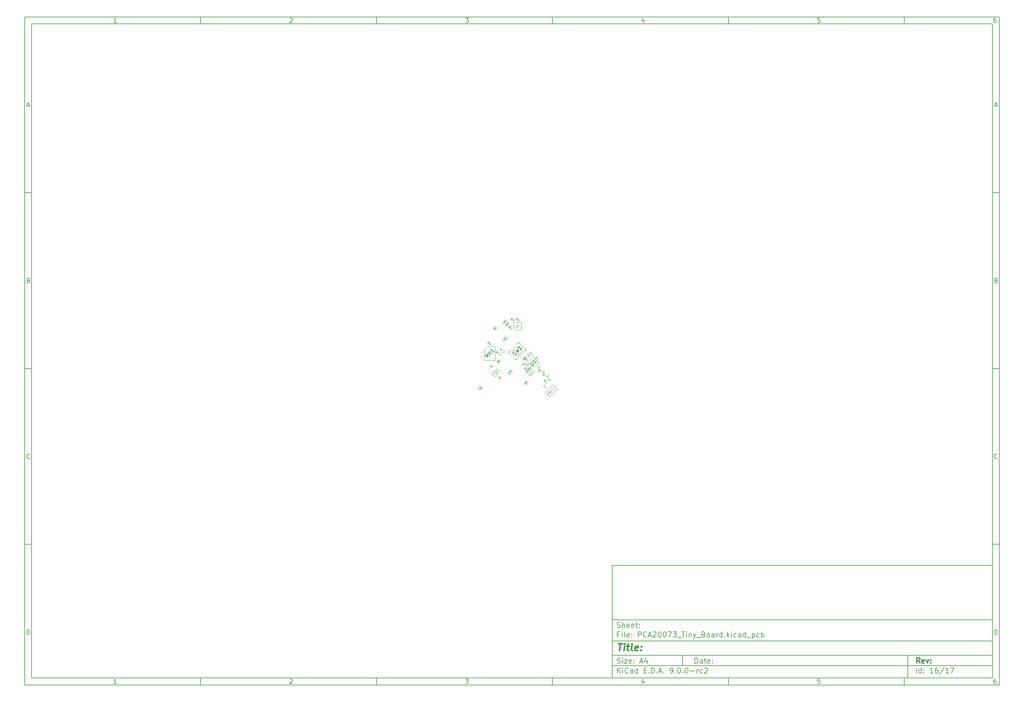
<source format=gbr>
G04 #@! TF.GenerationSoftware,KiCad,Pcbnew,9.0.0-rc2-3baa6cd791~182~ubuntu24.04.1*
G04 #@! TF.CreationDate,2025-02-06T23:09:27-05:00*
G04 #@! TF.ProjectId,PCA20073_Tiny_Board,50434132-3030-4373-935f-54696e795f42,rev?*
G04 #@! TF.SameCoordinates,PX82a22f1PY713a4f2*
G04 #@! TF.FileFunction,AssemblyDrawing,Top*
%FSLAX46Y46*%
G04 Gerber Fmt 4.6, Leading zero omitted, Abs format (unit mm)*
G04 Created by KiCad (PCBNEW 9.0.0-rc2-3baa6cd791~182~ubuntu24.04.1) date 2025-02-06 23:09:27*
%MOMM*%
%LPD*%
G01*
G04 APERTURE LIST*
%ADD10C,0.100000*%
%ADD11C,0.150000*%
%ADD12C,0.300000*%
%ADD13C,0.400000*%
%ADD14C,0.040000*%
%ADD15C,0.090000*%
%ADD16C,0.120000*%
%ADD17C,0.075000*%
%ADD18C,0.060000*%
G04 APERTURE END LIST*
D10*
D11*
X40023015Y-47279278D02*
X148023015Y-47279278D01*
X148023015Y-79279278D01*
X40023015Y-79279278D01*
X40023015Y-47279278D01*
D10*
D11*
X-126979185Y108727922D02*
X150023015Y108727922D01*
X150023015Y-81279278D01*
X-126979185Y-81279278D01*
X-126979185Y108727922D01*
D10*
D11*
X-124979185Y106727922D02*
X148023015Y106727922D01*
X148023015Y-79279278D01*
X-124979185Y-79279278D01*
X-124979185Y106727922D01*
D10*
D11*
X-76979185Y106727922D02*
X-76979185Y108727922D01*
D10*
D11*
X-26979185Y106727922D02*
X-26979185Y108727922D01*
D10*
D11*
X23020815Y106727922D02*
X23020815Y108727922D01*
D10*
D11*
X73020815Y106727922D02*
X73020815Y108727922D01*
D10*
D11*
X123020815Y106727922D02*
X123020815Y108727922D01*
D10*
D11*
X-100890025Y107134318D02*
X-101632882Y107134318D01*
X-101261454Y107134318D02*
X-101261454Y108434318D01*
X-101261454Y108434318D02*
X-101385263Y108248603D01*
X-101385263Y108248603D02*
X-101509073Y108124794D01*
X-101509073Y108124794D02*
X-101632882Y108062889D01*
D10*
D11*
X-51632882Y108310508D02*
X-51570978Y108372413D01*
X-51570978Y108372413D02*
X-51447168Y108434318D01*
X-51447168Y108434318D02*
X-51137644Y108434318D01*
X-51137644Y108434318D02*
X-51013835Y108372413D01*
X-51013835Y108372413D02*
X-50951930Y108310508D01*
X-50951930Y108310508D02*
X-50890025Y108186699D01*
X-50890025Y108186699D02*
X-50890025Y108062889D01*
X-50890025Y108062889D02*
X-50951930Y107877175D01*
X-50951930Y107877175D02*
X-51694787Y107134318D01*
X-51694787Y107134318D02*
X-50890025Y107134318D01*
D10*
D11*
X-1694787Y108434318D02*
X-890025Y108434318D01*
X-890025Y108434318D02*
X-1323359Y107939080D01*
X-1323359Y107939080D02*
X-1137644Y107939080D01*
X-1137644Y107939080D02*
X-1013835Y107877175D01*
X-1013835Y107877175D02*
X-951930Y107815270D01*
X-951930Y107815270D02*
X-890025Y107691461D01*
X-890025Y107691461D02*
X-890025Y107381937D01*
X-890025Y107381937D02*
X-951930Y107258127D01*
X-951930Y107258127D02*
X-1013835Y107196222D01*
X-1013835Y107196222D02*
X-1137644Y107134318D01*
X-1137644Y107134318D02*
X-1509073Y107134318D01*
X-1509073Y107134318D02*
X-1632882Y107196222D01*
X-1632882Y107196222D02*
X-1694787Y107258127D01*
D10*
D11*
X48986165Y108000984D02*
X48986165Y107134318D01*
X48676641Y108496222D02*
X48367118Y107567651D01*
X48367118Y107567651D02*
X49171879Y107567651D01*
D10*
D11*
X99048070Y108434318D02*
X98429022Y108434318D01*
X98429022Y108434318D02*
X98367118Y107815270D01*
X98367118Y107815270D02*
X98429022Y107877175D01*
X98429022Y107877175D02*
X98552832Y107939080D01*
X98552832Y107939080D02*
X98862356Y107939080D01*
X98862356Y107939080D02*
X98986165Y107877175D01*
X98986165Y107877175D02*
X99048070Y107815270D01*
X99048070Y107815270D02*
X99109975Y107691461D01*
X99109975Y107691461D02*
X99109975Y107381937D01*
X99109975Y107381937D02*
X99048070Y107258127D01*
X99048070Y107258127D02*
X98986165Y107196222D01*
X98986165Y107196222D02*
X98862356Y107134318D01*
X98862356Y107134318D02*
X98552832Y107134318D01*
X98552832Y107134318D02*
X98429022Y107196222D01*
X98429022Y107196222D02*
X98367118Y107258127D01*
D10*
D11*
X148986165Y108434318D02*
X148738546Y108434318D01*
X148738546Y108434318D02*
X148614737Y108372413D01*
X148614737Y108372413D02*
X148552832Y108310508D01*
X148552832Y108310508D02*
X148429022Y108124794D01*
X148429022Y108124794D02*
X148367118Y107877175D01*
X148367118Y107877175D02*
X148367118Y107381937D01*
X148367118Y107381937D02*
X148429022Y107258127D01*
X148429022Y107258127D02*
X148490927Y107196222D01*
X148490927Y107196222D02*
X148614737Y107134318D01*
X148614737Y107134318D02*
X148862356Y107134318D01*
X148862356Y107134318D02*
X148986165Y107196222D01*
X148986165Y107196222D02*
X149048070Y107258127D01*
X149048070Y107258127D02*
X149109975Y107381937D01*
X149109975Y107381937D02*
X149109975Y107691461D01*
X149109975Y107691461D02*
X149048070Y107815270D01*
X149048070Y107815270D02*
X148986165Y107877175D01*
X148986165Y107877175D02*
X148862356Y107939080D01*
X148862356Y107939080D02*
X148614737Y107939080D01*
X148614737Y107939080D02*
X148490927Y107877175D01*
X148490927Y107877175D02*
X148429022Y107815270D01*
X148429022Y107815270D02*
X148367118Y107691461D01*
D10*
D11*
X-76979185Y-79279278D02*
X-76979185Y-81279278D01*
D10*
D11*
X-26979185Y-79279278D02*
X-26979185Y-81279278D01*
D10*
D11*
X23020815Y-79279278D02*
X23020815Y-81279278D01*
D10*
D11*
X73020815Y-79279278D02*
X73020815Y-81279278D01*
D10*
D11*
X123020815Y-79279278D02*
X123020815Y-81279278D01*
D10*
D11*
X-100890025Y-80872882D02*
X-101632882Y-80872882D01*
X-101261454Y-80872882D02*
X-101261454Y-79572882D01*
X-101261454Y-79572882D02*
X-101385263Y-79758597D01*
X-101385263Y-79758597D02*
X-101509073Y-79882406D01*
X-101509073Y-79882406D02*
X-101632882Y-79944311D01*
D10*
D11*
X-51632882Y-79696692D02*
X-51570978Y-79634787D01*
X-51570978Y-79634787D02*
X-51447168Y-79572882D01*
X-51447168Y-79572882D02*
X-51137644Y-79572882D01*
X-51137644Y-79572882D02*
X-51013835Y-79634787D01*
X-51013835Y-79634787D02*
X-50951930Y-79696692D01*
X-50951930Y-79696692D02*
X-50890025Y-79820501D01*
X-50890025Y-79820501D02*
X-50890025Y-79944311D01*
X-50890025Y-79944311D02*
X-50951930Y-80130025D01*
X-50951930Y-80130025D02*
X-51694787Y-80872882D01*
X-51694787Y-80872882D02*
X-50890025Y-80872882D01*
D10*
D11*
X-1694787Y-79572882D02*
X-890025Y-79572882D01*
X-890025Y-79572882D02*
X-1323359Y-80068120D01*
X-1323359Y-80068120D02*
X-1137644Y-80068120D01*
X-1137644Y-80068120D02*
X-1013835Y-80130025D01*
X-1013835Y-80130025D02*
X-951930Y-80191930D01*
X-951930Y-80191930D02*
X-890025Y-80315739D01*
X-890025Y-80315739D02*
X-890025Y-80625263D01*
X-890025Y-80625263D02*
X-951930Y-80749073D01*
X-951930Y-80749073D02*
X-1013835Y-80810978D01*
X-1013835Y-80810978D02*
X-1137644Y-80872882D01*
X-1137644Y-80872882D02*
X-1509073Y-80872882D01*
X-1509073Y-80872882D02*
X-1632882Y-80810978D01*
X-1632882Y-80810978D02*
X-1694787Y-80749073D01*
D10*
D11*
X48986165Y-80006216D02*
X48986165Y-80872882D01*
X48676641Y-79510978D02*
X48367118Y-80439549D01*
X48367118Y-80439549D02*
X49171879Y-80439549D01*
D10*
D11*
X99048070Y-79572882D02*
X98429022Y-79572882D01*
X98429022Y-79572882D02*
X98367118Y-80191930D01*
X98367118Y-80191930D02*
X98429022Y-80130025D01*
X98429022Y-80130025D02*
X98552832Y-80068120D01*
X98552832Y-80068120D02*
X98862356Y-80068120D01*
X98862356Y-80068120D02*
X98986165Y-80130025D01*
X98986165Y-80130025D02*
X99048070Y-80191930D01*
X99048070Y-80191930D02*
X99109975Y-80315739D01*
X99109975Y-80315739D02*
X99109975Y-80625263D01*
X99109975Y-80625263D02*
X99048070Y-80749073D01*
X99048070Y-80749073D02*
X98986165Y-80810978D01*
X98986165Y-80810978D02*
X98862356Y-80872882D01*
X98862356Y-80872882D02*
X98552832Y-80872882D01*
X98552832Y-80872882D02*
X98429022Y-80810978D01*
X98429022Y-80810978D02*
X98367118Y-80749073D01*
D10*
D11*
X148986165Y-79572882D02*
X148738546Y-79572882D01*
X148738546Y-79572882D02*
X148614737Y-79634787D01*
X148614737Y-79634787D02*
X148552832Y-79696692D01*
X148552832Y-79696692D02*
X148429022Y-79882406D01*
X148429022Y-79882406D02*
X148367118Y-80130025D01*
X148367118Y-80130025D02*
X148367118Y-80625263D01*
X148367118Y-80625263D02*
X148429022Y-80749073D01*
X148429022Y-80749073D02*
X148490927Y-80810978D01*
X148490927Y-80810978D02*
X148614737Y-80872882D01*
X148614737Y-80872882D02*
X148862356Y-80872882D01*
X148862356Y-80872882D02*
X148986165Y-80810978D01*
X148986165Y-80810978D02*
X149048070Y-80749073D01*
X149048070Y-80749073D02*
X149109975Y-80625263D01*
X149109975Y-80625263D02*
X149109975Y-80315739D01*
X149109975Y-80315739D02*
X149048070Y-80191930D01*
X149048070Y-80191930D02*
X148986165Y-80130025D01*
X148986165Y-80130025D02*
X148862356Y-80068120D01*
X148862356Y-80068120D02*
X148614737Y-80068120D01*
X148614737Y-80068120D02*
X148490927Y-80130025D01*
X148490927Y-80130025D02*
X148429022Y-80191930D01*
X148429022Y-80191930D02*
X148367118Y-80315739D01*
D10*
D11*
X-126979185Y58727922D02*
X-124979185Y58727922D01*
D10*
D11*
X-126979185Y8727922D02*
X-124979185Y8727922D01*
D10*
D11*
X-126979185Y-41272078D02*
X-124979185Y-41272078D01*
D10*
D11*
X-126288709Y83505746D02*
X-125669662Y83505746D01*
X-126412519Y83134318D02*
X-125979186Y84434318D01*
X-125979186Y84434318D02*
X-125545852Y83134318D01*
D10*
D11*
X-125886328Y33815270D02*
X-125700614Y33753365D01*
X-125700614Y33753365D02*
X-125638709Y33691461D01*
X-125638709Y33691461D02*
X-125576805Y33567651D01*
X-125576805Y33567651D02*
X-125576805Y33381937D01*
X-125576805Y33381937D02*
X-125638709Y33258127D01*
X-125638709Y33258127D02*
X-125700614Y33196222D01*
X-125700614Y33196222D02*
X-125824424Y33134318D01*
X-125824424Y33134318D02*
X-126319662Y33134318D01*
X-126319662Y33134318D02*
X-126319662Y34434318D01*
X-126319662Y34434318D02*
X-125886328Y34434318D01*
X-125886328Y34434318D02*
X-125762519Y34372413D01*
X-125762519Y34372413D02*
X-125700614Y34310508D01*
X-125700614Y34310508D02*
X-125638709Y34186699D01*
X-125638709Y34186699D02*
X-125638709Y34062889D01*
X-125638709Y34062889D02*
X-125700614Y33939080D01*
X-125700614Y33939080D02*
X-125762519Y33877175D01*
X-125762519Y33877175D02*
X-125886328Y33815270D01*
X-125886328Y33815270D02*
X-126319662Y33815270D01*
D10*
D11*
X-125576805Y-16741873D02*
X-125638709Y-16803778D01*
X-125638709Y-16803778D02*
X-125824424Y-16865682D01*
X-125824424Y-16865682D02*
X-125948233Y-16865682D01*
X-125948233Y-16865682D02*
X-126133947Y-16803778D01*
X-126133947Y-16803778D02*
X-126257757Y-16679968D01*
X-126257757Y-16679968D02*
X-126319662Y-16556158D01*
X-126319662Y-16556158D02*
X-126381566Y-16308539D01*
X-126381566Y-16308539D02*
X-126381566Y-16122825D01*
X-126381566Y-16122825D02*
X-126319662Y-15875206D01*
X-126319662Y-15875206D02*
X-126257757Y-15751397D01*
X-126257757Y-15751397D02*
X-126133947Y-15627587D01*
X-126133947Y-15627587D02*
X-125948233Y-15565682D01*
X-125948233Y-15565682D02*
X-125824424Y-15565682D01*
X-125824424Y-15565682D02*
X-125638709Y-15627587D01*
X-125638709Y-15627587D02*
X-125576805Y-15689492D01*
D10*
D11*
X-126319662Y-66865682D02*
X-126319662Y-65565682D01*
X-126319662Y-65565682D02*
X-126010138Y-65565682D01*
X-126010138Y-65565682D02*
X-125824424Y-65627587D01*
X-125824424Y-65627587D02*
X-125700614Y-65751397D01*
X-125700614Y-65751397D02*
X-125638709Y-65875206D01*
X-125638709Y-65875206D02*
X-125576805Y-66122825D01*
X-125576805Y-66122825D02*
X-125576805Y-66308539D01*
X-125576805Y-66308539D02*
X-125638709Y-66556158D01*
X-125638709Y-66556158D02*
X-125700614Y-66679968D01*
X-125700614Y-66679968D02*
X-125824424Y-66803778D01*
X-125824424Y-66803778D02*
X-126010138Y-66865682D01*
X-126010138Y-66865682D02*
X-126319662Y-66865682D01*
D10*
D11*
X150023015Y58727922D02*
X148023015Y58727922D01*
D10*
D11*
X150023015Y8727922D02*
X148023015Y8727922D01*
D10*
D11*
X150023015Y-41272078D02*
X148023015Y-41272078D01*
D10*
D11*
X148713491Y83505746D02*
X149332538Y83505746D01*
X148589681Y83134318D02*
X149023014Y84434318D01*
X149023014Y84434318D02*
X149456348Y83134318D01*
D10*
D11*
X149115872Y33815270D02*
X149301586Y33753365D01*
X149301586Y33753365D02*
X149363491Y33691461D01*
X149363491Y33691461D02*
X149425395Y33567651D01*
X149425395Y33567651D02*
X149425395Y33381937D01*
X149425395Y33381937D02*
X149363491Y33258127D01*
X149363491Y33258127D02*
X149301586Y33196222D01*
X149301586Y33196222D02*
X149177776Y33134318D01*
X149177776Y33134318D02*
X148682538Y33134318D01*
X148682538Y33134318D02*
X148682538Y34434318D01*
X148682538Y34434318D02*
X149115872Y34434318D01*
X149115872Y34434318D02*
X149239681Y34372413D01*
X149239681Y34372413D02*
X149301586Y34310508D01*
X149301586Y34310508D02*
X149363491Y34186699D01*
X149363491Y34186699D02*
X149363491Y34062889D01*
X149363491Y34062889D02*
X149301586Y33939080D01*
X149301586Y33939080D02*
X149239681Y33877175D01*
X149239681Y33877175D02*
X149115872Y33815270D01*
X149115872Y33815270D02*
X148682538Y33815270D01*
D10*
D11*
X149425395Y-16741873D02*
X149363491Y-16803778D01*
X149363491Y-16803778D02*
X149177776Y-16865682D01*
X149177776Y-16865682D02*
X149053967Y-16865682D01*
X149053967Y-16865682D02*
X148868253Y-16803778D01*
X148868253Y-16803778D02*
X148744443Y-16679968D01*
X148744443Y-16679968D02*
X148682538Y-16556158D01*
X148682538Y-16556158D02*
X148620634Y-16308539D01*
X148620634Y-16308539D02*
X148620634Y-16122825D01*
X148620634Y-16122825D02*
X148682538Y-15875206D01*
X148682538Y-15875206D02*
X148744443Y-15751397D01*
X148744443Y-15751397D02*
X148868253Y-15627587D01*
X148868253Y-15627587D02*
X149053967Y-15565682D01*
X149053967Y-15565682D02*
X149177776Y-15565682D01*
X149177776Y-15565682D02*
X149363491Y-15627587D01*
X149363491Y-15627587D02*
X149425395Y-15689492D01*
D10*
D11*
X148682538Y-66865682D02*
X148682538Y-65565682D01*
X148682538Y-65565682D02*
X148992062Y-65565682D01*
X148992062Y-65565682D02*
X149177776Y-65627587D01*
X149177776Y-65627587D02*
X149301586Y-65751397D01*
X149301586Y-65751397D02*
X149363491Y-65875206D01*
X149363491Y-65875206D02*
X149425395Y-66122825D01*
X149425395Y-66122825D02*
X149425395Y-66308539D01*
X149425395Y-66308539D02*
X149363491Y-66556158D01*
X149363491Y-66556158D02*
X149301586Y-66679968D01*
X149301586Y-66679968D02*
X149177776Y-66803778D01*
X149177776Y-66803778D02*
X148992062Y-66865682D01*
X148992062Y-66865682D02*
X148682538Y-66865682D01*
D10*
D11*
X63478841Y-75065406D02*
X63478841Y-73565406D01*
X63478841Y-73565406D02*
X63835984Y-73565406D01*
X63835984Y-73565406D02*
X64050270Y-73636835D01*
X64050270Y-73636835D02*
X64193127Y-73779692D01*
X64193127Y-73779692D02*
X64264556Y-73922549D01*
X64264556Y-73922549D02*
X64335984Y-74208263D01*
X64335984Y-74208263D02*
X64335984Y-74422549D01*
X64335984Y-74422549D02*
X64264556Y-74708263D01*
X64264556Y-74708263D02*
X64193127Y-74851120D01*
X64193127Y-74851120D02*
X64050270Y-74993978D01*
X64050270Y-74993978D02*
X63835984Y-75065406D01*
X63835984Y-75065406D02*
X63478841Y-75065406D01*
X65621699Y-75065406D02*
X65621699Y-74279692D01*
X65621699Y-74279692D02*
X65550270Y-74136835D01*
X65550270Y-74136835D02*
X65407413Y-74065406D01*
X65407413Y-74065406D02*
X65121699Y-74065406D01*
X65121699Y-74065406D02*
X64978841Y-74136835D01*
X65621699Y-74993978D02*
X65478841Y-75065406D01*
X65478841Y-75065406D02*
X65121699Y-75065406D01*
X65121699Y-75065406D02*
X64978841Y-74993978D01*
X64978841Y-74993978D02*
X64907413Y-74851120D01*
X64907413Y-74851120D02*
X64907413Y-74708263D01*
X64907413Y-74708263D02*
X64978841Y-74565406D01*
X64978841Y-74565406D02*
X65121699Y-74493978D01*
X65121699Y-74493978D02*
X65478841Y-74493978D01*
X65478841Y-74493978D02*
X65621699Y-74422549D01*
X66121699Y-74065406D02*
X66693127Y-74065406D01*
X66335984Y-73565406D02*
X66335984Y-74851120D01*
X66335984Y-74851120D02*
X66407413Y-74993978D01*
X66407413Y-74993978D02*
X66550270Y-75065406D01*
X66550270Y-75065406D02*
X66693127Y-75065406D01*
X67764556Y-74993978D02*
X67621699Y-75065406D01*
X67621699Y-75065406D02*
X67335985Y-75065406D01*
X67335985Y-75065406D02*
X67193127Y-74993978D01*
X67193127Y-74993978D02*
X67121699Y-74851120D01*
X67121699Y-74851120D02*
X67121699Y-74279692D01*
X67121699Y-74279692D02*
X67193127Y-74136835D01*
X67193127Y-74136835D02*
X67335985Y-74065406D01*
X67335985Y-74065406D02*
X67621699Y-74065406D01*
X67621699Y-74065406D02*
X67764556Y-74136835D01*
X67764556Y-74136835D02*
X67835985Y-74279692D01*
X67835985Y-74279692D02*
X67835985Y-74422549D01*
X67835985Y-74422549D02*
X67121699Y-74565406D01*
X68478841Y-74922549D02*
X68550270Y-74993978D01*
X68550270Y-74993978D02*
X68478841Y-75065406D01*
X68478841Y-75065406D02*
X68407413Y-74993978D01*
X68407413Y-74993978D02*
X68478841Y-74922549D01*
X68478841Y-74922549D02*
X68478841Y-75065406D01*
X68478841Y-74136835D02*
X68550270Y-74208263D01*
X68550270Y-74208263D02*
X68478841Y-74279692D01*
X68478841Y-74279692D02*
X68407413Y-74208263D01*
X68407413Y-74208263D02*
X68478841Y-74136835D01*
X68478841Y-74136835D02*
X68478841Y-74279692D01*
D10*
D11*
X40023015Y-75779278D02*
X148023015Y-75779278D01*
D10*
D11*
X41478841Y-77865406D02*
X41478841Y-76365406D01*
X42335984Y-77865406D02*
X41693127Y-77008263D01*
X42335984Y-76365406D02*
X41478841Y-77222549D01*
X42978841Y-77865406D02*
X42978841Y-76865406D01*
X42978841Y-76365406D02*
X42907413Y-76436835D01*
X42907413Y-76436835D02*
X42978841Y-76508263D01*
X42978841Y-76508263D02*
X43050270Y-76436835D01*
X43050270Y-76436835D02*
X42978841Y-76365406D01*
X42978841Y-76365406D02*
X42978841Y-76508263D01*
X44550270Y-77722549D02*
X44478842Y-77793978D01*
X44478842Y-77793978D02*
X44264556Y-77865406D01*
X44264556Y-77865406D02*
X44121699Y-77865406D01*
X44121699Y-77865406D02*
X43907413Y-77793978D01*
X43907413Y-77793978D02*
X43764556Y-77651120D01*
X43764556Y-77651120D02*
X43693127Y-77508263D01*
X43693127Y-77508263D02*
X43621699Y-77222549D01*
X43621699Y-77222549D02*
X43621699Y-77008263D01*
X43621699Y-77008263D02*
X43693127Y-76722549D01*
X43693127Y-76722549D02*
X43764556Y-76579692D01*
X43764556Y-76579692D02*
X43907413Y-76436835D01*
X43907413Y-76436835D02*
X44121699Y-76365406D01*
X44121699Y-76365406D02*
X44264556Y-76365406D01*
X44264556Y-76365406D02*
X44478842Y-76436835D01*
X44478842Y-76436835D02*
X44550270Y-76508263D01*
X45835985Y-77865406D02*
X45835985Y-77079692D01*
X45835985Y-77079692D02*
X45764556Y-76936835D01*
X45764556Y-76936835D02*
X45621699Y-76865406D01*
X45621699Y-76865406D02*
X45335985Y-76865406D01*
X45335985Y-76865406D02*
X45193127Y-76936835D01*
X45835985Y-77793978D02*
X45693127Y-77865406D01*
X45693127Y-77865406D02*
X45335985Y-77865406D01*
X45335985Y-77865406D02*
X45193127Y-77793978D01*
X45193127Y-77793978D02*
X45121699Y-77651120D01*
X45121699Y-77651120D02*
X45121699Y-77508263D01*
X45121699Y-77508263D02*
X45193127Y-77365406D01*
X45193127Y-77365406D02*
X45335985Y-77293978D01*
X45335985Y-77293978D02*
X45693127Y-77293978D01*
X45693127Y-77293978D02*
X45835985Y-77222549D01*
X47193128Y-77865406D02*
X47193128Y-76365406D01*
X47193128Y-77793978D02*
X47050270Y-77865406D01*
X47050270Y-77865406D02*
X46764556Y-77865406D01*
X46764556Y-77865406D02*
X46621699Y-77793978D01*
X46621699Y-77793978D02*
X46550270Y-77722549D01*
X46550270Y-77722549D02*
X46478842Y-77579692D01*
X46478842Y-77579692D02*
X46478842Y-77151120D01*
X46478842Y-77151120D02*
X46550270Y-77008263D01*
X46550270Y-77008263D02*
X46621699Y-76936835D01*
X46621699Y-76936835D02*
X46764556Y-76865406D01*
X46764556Y-76865406D02*
X47050270Y-76865406D01*
X47050270Y-76865406D02*
X47193128Y-76936835D01*
X49050270Y-77079692D02*
X49550270Y-77079692D01*
X49764556Y-77865406D02*
X49050270Y-77865406D01*
X49050270Y-77865406D02*
X49050270Y-76365406D01*
X49050270Y-76365406D02*
X49764556Y-76365406D01*
X50407413Y-77722549D02*
X50478842Y-77793978D01*
X50478842Y-77793978D02*
X50407413Y-77865406D01*
X50407413Y-77865406D02*
X50335985Y-77793978D01*
X50335985Y-77793978D02*
X50407413Y-77722549D01*
X50407413Y-77722549D02*
X50407413Y-77865406D01*
X51121699Y-77865406D02*
X51121699Y-76365406D01*
X51121699Y-76365406D02*
X51478842Y-76365406D01*
X51478842Y-76365406D02*
X51693128Y-76436835D01*
X51693128Y-76436835D02*
X51835985Y-76579692D01*
X51835985Y-76579692D02*
X51907414Y-76722549D01*
X51907414Y-76722549D02*
X51978842Y-77008263D01*
X51978842Y-77008263D02*
X51978842Y-77222549D01*
X51978842Y-77222549D02*
X51907414Y-77508263D01*
X51907414Y-77508263D02*
X51835985Y-77651120D01*
X51835985Y-77651120D02*
X51693128Y-77793978D01*
X51693128Y-77793978D02*
X51478842Y-77865406D01*
X51478842Y-77865406D02*
X51121699Y-77865406D01*
X52621699Y-77722549D02*
X52693128Y-77793978D01*
X52693128Y-77793978D02*
X52621699Y-77865406D01*
X52621699Y-77865406D02*
X52550271Y-77793978D01*
X52550271Y-77793978D02*
X52621699Y-77722549D01*
X52621699Y-77722549D02*
X52621699Y-77865406D01*
X53264557Y-77436835D02*
X53978843Y-77436835D01*
X53121700Y-77865406D02*
X53621700Y-76365406D01*
X53621700Y-76365406D02*
X54121700Y-77865406D01*
X54621699Y-77722549D02*
X54693128Y-77793978D01*
X54693128Y-77793978D02*
X54621699Y-77865406D01*
X54621699Y-77865406D02*
X54550271Y-77793978D01*
X54550271Y-77793978D02*
X54621699Y-77722549D01*
X54621699Y-77722549D02*
X54621699Y-77865406D01*
X56550271Y-77865406D02*
X56835985Y-77865406D01*
X56835985Y-77865406D02*
X56978842Y-77793978D01*
X56978842Y-77793978D02*
X57050271Y-77722549D01*
X57050271Y-77722549D02*
X57193128Y-77508263D01*
X57193128Y-77508263D02*
X57264557Y-77222549D01*
X57264557Y-77222549D02*
X57264557Y-76651120D01*
X57264557Y-76651120D02*
X57193128Y-76508263D01*
X57193128Y-76508263D02*
X57121700Y-76436835D01*
X57121700Y-76436835D02*
X56978842Y-76365406D01*
X56978842Y-76365406D02*
X56693128Y-76365406D01*
X56693128Y-76365406D02*
X56550271Y-76436835D01*
X56550271Y-76436835D02*
X56478842Y-76508263D01*
X56478842Y-76508263D02*
X56407414Y-76651120D01*
X56407414Y-76651120D02*
X56407414Y-77008263D01*
X56407414Y-77008263D02*
X56478842Y-77151120D01*
X56478842Y-77151120D02*
X56550271Y-77222549D01*
X56550271Y-77222549D02*
X56693128Y-77293978D01*
X56693128Y-77293978D02*
X56978842Y-77293978D01*
X56978842Y-77293978D02*
X57121700Y-77222549D01*
X57121700Y-77222549D02*
X57193128Y-77151120D01*
X57193128Y-77151120D02*
X57264557Y-77008263D01*
X57907413Y-77722549D02*
X57978842Y-77793978D01*
X57978842Y-77793978D02*
X57907413Y-77865406D01*
X57907413Y-77865406D02*
X57835985Y-77793978D01*
X57835985Y-77793978D02*
X57907413Y-77722549D01*
X57907413Y-77722549D02*
X57907413Y-77865406D01*
X58907414Y-76365406D02*
X59050271Y-76365406D01*
X59050271Y-76365406D02*
X59193128Y-76436835D01*
X59193128Y-76436835D02*
X59264557Y-76508263D01*
X59264557Y-76508263D02*
X59335985Y-76651120D01*
X59335985Y-76651120D02*
X59407414Y-76936835D01*
X59407414Y-76936835D02*
X59407414Y-77293978D01*
X59407414Y-77293978D02*
X59335985Y-77579692D01*
X59335985Y-77579692D02*
X59264557Y-77722549D01*
X59264557Y-77722549D02*
X59193128Y-77793978D01*
X59193128Y-77793978D02*
X59050271Y-77865406D01*
X59050271Y-77865406D02*
X58907414Y-77865406D01*
X58907414Y-77865406D02*
X58764557Y-77793978D01*
X58764557Y-77793978D02*
X58693128Y-77722549D01*
X58693128Y-77722549D02*
X58621699Y-77579692D01*
X58621699Y-77579692D02*
X58550271Y-77293978D01*
X58550271Y-77293978D02*
X58550271Y-76936835D01*
X58550271Y-76936835D02*
X58621699Y-76651120D01*
X58621699Y-76651120D02*
X58693128Y-76508263D01*
X58693128Y-76508263D02*
X58764557Y-76436835D01*
X58764557Y-76436835D02*
X58907414Y-76365406D01*
X60050270Y-77722549D02*
X60121699Y-77793978D01*
X60121699Y-77793978D02*
X60050270Y-77865406D01*
X60050270Y-77865406D02*
X59978842Y-77793978D01*
X59978842Y-77793978D02*
X60050270Y-77722549D01*
X60050270Y-77722549D02*
X60050270Y-77865406D01*
X61050271Y-76365406D02*
X61193128Y-76365406D01*
X61193128Y-76365406D02*
X61335985Y-76436835D01*
X61335985Y-76436835D02*
X61407414Y-76508263D01*
X61407414Y-76508263D02*
X61478842Y-76651120D01*
X61478842Y-76651120D02*
X61550271Y-76936835D01*
X61550271Y-76936835D02*
X61550271Y-77293978D01*
X61550271Y-77293978D02*
X61478842Y-77579692D01*
X61478842Y-77579692D02*
X61407414Y-77722549D01*
X61407414Y-77722549D02*
X61335985Y-77793978D01*
X61335985Y-77793978D02*
X61193128Y-77865406D01*
X61193128Y-77865406D02*
X61050271Y-77865406D01*
X61050271Y-77865406D02*
X60907414Y-77793978D01*
X60907414Y-77793978D02*
X60835985Y-77722549D01*
X60835985Y-77722549D02*
X60764556Y-77579692D01*
X60764556Y-77579692D02*
X60693128Y-77293978D01*
X60693128Y-77293978D02*
X60693128Y-76936835D01*
X60693128Y-76936835D02*
X60764556Y-76651120D01*
X60764556Y-76651120D02*
X60835985Y-76508263D01*
X60835985Y-76508263D02*
X60907414Y-76436835D01*
X60907414Y-76436835D02*
X61050271Y-76365406D01*
X62193127Y-77293978D02*
X63335985Y-77293978D01*
X64050270Y-77865406D02*
X64050270Y-76865406D01*
X64050270Y-77151120D02*
X64121699Y-77008263D01*
X64121699Y-77008263D02*
X64193128Y-76936835D01*
X64193128Y-76936835D02*
X64335985Y-76865406D01*
X64335985Y-76865406D02*
X64478842Y-76865406D01*
X65621699Y-77793978D02*
X65478841Y-77865406D01*
X65478841Y-77865406D02*
X65193127Y-77865406D01*
X65193127Y-77865406D02*
X65050270Y-77793978D01*
X65050270Y-77793978D02*
X64978841Y-77722549D01*
X64978841Y-77722549D02*
X64907413Y-77579692D01*
X64907413Y-77579692D02*
X64907413Y-77151120D01*
X64907413Y-77151120D02*
X64978841Y-77008263D01*
X64978841Y-77008263D02*
X65050270Y-76936835D01*
X65050270Y-76936835D02*
X65193127Y-76865406D01*
X65193127Y-76865406D02*
X65478841Y-76865406D01*
X65478841Y-76865406D02*
X65621699Y-76936835D01*
X66193127Y-76508263D02*
X66264555Y-76436835D01*
X66264555Y-76436835D02*
X66407413Y-76365406D01*
X66407413Y-76365406D02*
X66764555Y-76365406D01*
X66764555Y-76365406D02*
X66907413Y-76436835D01*
X66907413Y-76436835D02*
X66978841Y-76508263D01*
X66978841Y-76508263D02*
X67050270Y-76651120D01*
X67050270Y-76651120D02*
X67050270Y-76793978D01*
X67050270Y-76793978D02*
X66978841Y-77008263D01*
X66978841Y-77008263D02*
X66121698Y-77865406D01*
X66121698Y-77865406D02*
X67050270Y-77865406D01*
D10*
D11*
X40023015Y-72779278D02*
X148023015Y-72779278D01*
D10*
D12*
X127434668Y-75057606D02*
X126934668Y-74343320D01*
X126577525Y-75057606D02*
X126577525Y-73557606D01*
X126577525Y-73557606D02*
X127148954Y-73557606D01*
X127148954Y-73557606D02*
X127291811Y-73629035D01*
X127291811Y-73629035D02*
X127363240Y-73700463D01*
X127363240Y-73700463D02*
X127434668Y-73843320D01*
X127434668Y-73843320D02*
X127434668Y-74057606D01*
X127434668Y-74057606D02*
X127363240Y-74200463D01*
X127363240Y-74200463D02*
X127291811Y-74271892D01*
X127291811Y-74271892D02*
X127148954Y-74343320D01*
X127148954Y-74343320D02*
X126577525Y-74343320D01*
X128648954Y-74986178D02*
X128506097Y-75057606D01*
X128506097Y-75057606D02*
X128220383Y-75057606D01*
X128220383Y-75057606D02*
X128077525Y-74986178D01*
X128077525Y-74986178D02*
X128006097Y-74843320D01*
X128006097Y-74843320D02*
X128006097Y-74271892D01*
X128006097Y-74271892D02*
X128077525Y-74129035D01*
X128077525Y-74129035D02*
X128220383Y-74057606D01*
X128220383Y-74057606D02*
X128506097Y-74057606D01*
X128506097Y-74057606D02*
X128648954Y-74129035D01*
X128648954Y-74129035D02*
X128720383Y-74271892D01*
X128720383Y-74271892D02*
X128720383Y-74414749D01*
X128720383Y-74414749D02*
X128006097Y-74557606D01*
X129220382Y-74057606D02*
X129577525Y-75057606D01*
X129577525Y-75057606D02*
X129934668Y-74057606D01*
X130506096Y-74914749D02*
X130577525Y-74986178D01*
X130577525Y-74986178D02*
X130506096Y-75057606D01*
X130506096Y-75057606D02*
X130434668Y-74986178D01*
X130434668Y-74986178D02*
X130506096Y-74914749D01*
X130506096Y-74914749D02*
X130506096Y-75057606D01*
X130506096Y-74129035D02*
X130577525Y-74200463D01*
X130577525Y-74200463D02*
X130506096Y-74271892D01*
X130506096Y-74271892D02*
X130434668Y-74200463D01*
X130434668Y-74200463D02*
X130506096Y-74129035D01*
X130506096Y-74129035D02*
X130506096Y-74271892D01*
D10*
D11*
X41407413Y-74993978D02*
X41621699Y-75065406D01*
X41621699Y-75065406D02*
X41978841Y-75065406D01*
X41978841Y-75065406D02*
X42121699Y-74993978D01*
X42121699Y-74993978D02*
X42193127Y-74922549D01*
X42193127Y-74922549D02*
X42264556Y-74779692D01*
X42264556Y-74779692D02*
X42264556Y-74636835D01*
X42264556Y-74636835D02*
X42193127Y-74493978D01*
X42193127Y-74493978D02*
X42121699Y-74422549D01*
X42121699Y-74422549D02*
X41978841Y-74351120D01*
X41978841Y-74351120D02*
X41693127Y-74279692D01*
X41693127Y-74279692D02*
X41550270Y-74208263D01*
X41550270Y-74208263D02*
X41478841Y-74136835D01*
X41478841Y-74136835D02*
X41407413Y-73993978D01*
X41407413Y-73993978D02*
X41407413Y-73851120D01*
X41407413Y-73851120D02*
X41478841Y-73708263D01*
X41478841Y-73708263D02*
X41550270Y-73636835D01*
X41550270Y-73636835D02*
X41693127Y-73565406D01*
X41693127Y-73565406D02*
X42050270Y-73565406D01*
X42050270Y-73565406D02*
X42264556Y-73636835D01*
X42907412Y-75065406D02*
X42907412Y-74065406D01*
X42907412Y-73565406D02*
X42835984Y-73636835D01*
X42835984Y-73636835D02*
X42907412Y-73708263D01*
X42907412Y-73708263D02*
X42978841Y-73636835D01*
X42978841Y-73636835D02*
X42907412Y-73565406D01*
X42907412Y-73565406D02*
X42907412Y-73708263D01*
X43478841Y-74065406D02*
X44264556Y-74065406D01*
X44264556Y-74065406D02*
X43478841Y-75065406D01*
X43478841Y-75065406D02*
X44264556Y-75065406D01*
X45407413Y-74993978D02*
X45264556Y-75065406D01*
X45264556Y-75065406D02*
X44978842Y-75065406D01*
X44978842Y-75065406D02*
X44835984Y-74993978D01*
X44835984Y-74993978D02*
X44764556Y-74851120D01*
X44764556Y-74851120D02*
X44764556Y-74279692D01*
X44764556Y-74279692D02*
X44835984Y-74136835D01*
X44835984Y-74136835D02*
X44978842Y-74065406D01*
X44978842Y-74065406D02*
X45264556Y-74065406D01*
X45264556Y-74065406D02*
X45407413Y-74136835D01*
X45407413Y-74136835D02*
X45478842Y-74279692D01*
X45478842Y-74279692D02*
X45478842Y-74422549D01*
X45478842Y-74422549D02*
X44764556Y-74565406D01*
X46121698Y-74922549D02*
X46193127Y-74993978D01*
X46193127Y-74993978D02*
X46121698Y-75065406D01*
X46121698Y-75065406D02*
X46050270Y-74993978D01*
X46050270Y-74993978D02*
X46121698Y-74922549D01*
X46121698Y-74922549D02*
X46121698Y-75065406D01*
X46121698Y-74136835D02*
X46193127Y-74208263D01*
X46193127Y-74208263D02*
X46121698Y-74279692D01*
X46121698Y-74279692D02*
X46050270Y-74208263D01*
X46050270Y-74208263D02*
X46121698Y-74136835D01*
X46121698Y-74136835D02*
X46121698Y-74279692D01*
X47907413Y-74636835D02*
X48621699Y-74636835D01*
X47764556Y-75065406D02*
X48264556Y-73565406D01*
X48264556Y-73565406D02*
X48764556Y-75065406D01*
X49907413Y-74065406D02*
X49907413Y-75065406D01*
X49550270Y-73493978D02*
X49193127Y-74565406D01*
X49193127Y-74565406D02*
X50121698Y-74565406D01*
D10*
D11*
X126478841Y-77865406D02*
X126478841Y-76365406D01*
X127835985Y-77865406D02*
X127835985Y-76365406D01*
X127835985Y-77793978D02*
X127693127Y-77865406D01*
X127693127Y-77865406D02*
X127407413Y-77865406D01*
X127407413Y-77865406D02*
X127264556Y-77793978D01*
X127264556Y-77793978D02*
X127193127Y-77722549D01*
X127193127Y-77722549D02*
X127121699Y-77579692D01*
X127121699Y-77579692D02*
X127121699Y-77151120D01*
X127121699Y-77151120D02*
X127193127Y-77008263D01*
X127193127Y-77008263D02*
X127264556Y-76936835D01*
X127264556Y-76936835D02*
X127407413Y-76865406D01*
X127407413Y-76865406D02*
X127693127Y-76865406D01*
X127693127Y-76865406D02*
X127835985Y-76936835D01*
X128550270Y-77722549D02*
X128621699Y-77793978D01*
X128621699Y-77793978D02*
X128550270Y-77865406D01*
X128550270Y-77865406D02*
X128478842Y-77793978D01*
X128478842Y-77793978D02*
X128550270Y-77722549D01*
X128550270Y-77722549D02*
X128550270Y-77865406D01*
X128550270Y-76936835D02*
X128621699Y-77008263D01*
X128621699Y-77008263D02*
X128550270Y-77079692D01*
X128550270Y-77079692D02*
X128478842Y-77008263D01*
X128478842Y-77008263D02*
X128550270Y-76936835D01*
X128550270Y-76936835D02*
X128550270Y-77079692D01*
X131193128Y-77865406D02*
X130335985Y-77865406D01*
X130764556Y-77865406D02*
X130764556Y-76365406D01*
X130764556Y-76365406D02*
X130621699Y-76579692D01*
X130621699Y-76579692D02*
X130478842Y-76722549D01*
X130478842Y-76722549D02*
X130335985Y-76793978D01*
X132478842Y-76365406D02*
X132193127Y-76365406D01*
X132193127Y-76365406D02*
X132050270Y-76436835D01*
X132050270Y-76436835D02*
X131978842Y-76508263D01*
X131978842Y-76508263D02*
X131835984Y-76722549D01*
X131835984Y-76722549D02*
X131764556Y-77008263D01*
X131764556Y-77008263D02*
X131764556Y-77579692D01*
X131764556Y-77579692D02*
X131835984Y-77722549D01*
X131835984Y-77722549D02*
X131907413Y-77793978D01*
X131907413Y-77793978D02*
X132050270Y-77865406D01*
X132050270Y-77865406D02*
X132335984Y-77865406D01*
X132335984Y-77865406D02*
X132478842Y-77793978D01*
X132478842Y-77793978D02*
X132550270Y-77722549D01*
X132550270Y-77722549D02*
X132621699Y-77579692D01*
X132621699Y-77579692D02*
X132621699Y-77222549D01*
X132621699Y-77222549D02*
X132550270Y-77079692D01*
X132550270Y-77079692D02*
X132478842Y-77008263D01*
X132478842Y-77008263D02*
X132335984Y-76936835D01*
X132335984Y-76936835D02*
X132050270Y-76936835D01*
X132050270Y-76936835D02*
X131907413Y-77008263D01*
X131907413Y-77008263D02*
X131835984Y-77079692D01*
X131835984Y-77079692D02*
X131764556Y-77222549D01*
X134335984Y-76293978D02*
X133050270Y-78222549D01*
X135621699Y-77865406D02*
X134764556Y-77865406D01*
X135193127Y-77865406D02*
X135193127Y-76365406D01*
X135193127Y-76365406D02*
X135050270Y-76579692D01*
X135050270Y-76579692D02*
X134907413Y-76722549D01*
X134907413Y-76722549D02*
X134764556Y-76793978D01*
X136121698Y-76365406D02*
X137121698Y-76365406D01*
X137121698Y-76365406D02*
X136478841Y-77865406D01*
D10*
D11*
X40023015Y-68779278D02*
X148023015Y-68779278D01*
D10*
D13*
X41714743Y-69483716D02*
X42857600Y-69483716D01*
X42036172Y-71483716D02*
X42286172Y-69483716D01*
X43274267Y-71483716D02*
X43440934Y-70150382D01*
X43524267Y-69483716D02*
X43417124Y-69578954D01*
X43417124Y-69578954D02*
X43500458Y-69674192D01*
X43500458Y-69674192D02*
X43607601Y-69578954D01*
X43607601Y-69578954D02*
X43524267Y-69483716D01*
X43524267Y-69483716D02*
X43500458Y-69674192D01*
X44107601Y-70150382D02*
X44869505Y-70150382D01*
X44476648Y-69483716D02*
X44262363Y-71198001D01*
X44262363Y-71198001D02*
X44333791Y-71388478D01*
X44333791Y-71388478D02*
X44512363Y-71483716D01*
X44512363Y-71483716D02*
X44702839Y-71483716D01*
X45655220Y-71483716D02*
X45476648Y-71388478D01*
X45476648Y-71388478D02*
X45405220Y-71198001D01*
X45405220Y-71198001D02*
X45619505Y-69483716D01*
X47190934Y-71388478D02*
X46988553Y-71483716D01*
X46988553Y-71483716D02*
X46607600Y-71483716D01*
X46607600Y-71483716D02*
X46429029Y-71388478D01*
X46429029Y-71388478D02*
X46357600Y-71198001D01*
X46357600Y-71198001D02*
X46452839Y-70436097D01*
X46452839Y-70436097D02*
X46571886Y-70245620D01*
X46571886Y-70245620D02*
X46774267Y-70150382D01*
X46774267Y-70150382D02*
X47155219Y-70150382D01*
X47155219Y-70150382D02*
X47333791Y-70245620D01*
X47333791Y-70245620D02*
X47405219Y-70436097D01*
X47405219Y-70436097D02*
X47381410Y-70626573D01*
X47381410Y-70626573D02*
X46405219Y-70817049D01*
X48155220Y-71293239D02*
X48238553Y-71388478D01*
X48238553Y-71388478D02*
X48131410Y-71483716D01*
X48131410Y-71483716D02*
X48048077Y-71388478D01*
X48048077Y-71388478D02*
X48155220Y-71293239D01*
X48155220Y-71293239D02*
X48131410Y-71483716D01*
X48286172Y-70245620D02*
X48369505Y-70340858D01*
X48369505Y-70340858D02*
X48262363Y-70436097D01*
X48262363Y-70436097D02*
X48179029Y-70340858D01*
X48179029Y-70340858D02*
X48286172Y-70245620D01*
X48286172Y-70245620D02*
X48262363Y-70436097D01*
D10*
D11*
X41978841Y-66879692D02*
X41478841Y-66879692D01*
X41478841Y-67665406D02*
X41478841Y-66165406D01*
X41478841Y-66165406D02*
X42193127Y-66165406D01*
X42764555Y-67665406D02*
X42764555Y-66665406D01*
X42764555Y-66165406D02*
X42693127Y-66236835D01*
X42693127Y-66236835D02*
X42764555Y-66308263D01*
X42764555Y-66308263D02*
X42835984Y-66236835D01*
X42835984Y-66236835D02*
X42764555Y-66165406D01*
X42764555Y-66165406D02*
X42764555Y-66308263D01*
X43693127Y-67665406D02*
X43550270Y-67593978D01*
X43550270Y-67593978D02*
X43478841Y-67451120D01*
X43478841Y-67451120D02*
X43478841Y-66165406D01*
X44835984Y-67593978D02*
X44693127Y-67665406D01*
X44693127Y-67665406D02*
X44407413Y-67665406D01*
X44407413Y-67665406D02*
X44264555Y-67593978D01*
X44264555Y-67593978D02*
X44193127Y-67451120D01*
X44193127Y-67451120D02*
X44193127Y-66879692D01*
X44193127Y-66879692D02*
X44264555Y-66736835D01*
X44264555Y-66736835D02*
X44407413Y-66665406D01*
X44407413Y-66665406D02*
X44693127Y-66665406D01*
X44693127Y-66665406D02*
X44835984Y-66736835D01*
X44835984Y-66736835D02*
X44907413Y-66879692D01*
X44907413Y-66879692D02*
X44907413Y-67022549D01*
X44907413Y-67022549D02*
X44193127Y-67165406D01*
X45550269Y-67522549D02*
X45621698Y-67593978D01*
X45621698Y-67593978D02*
X45550269Y-67665406D01*
X45550269Y-67665406D02*
X45478841Y-67593978D01*
X45478841Y-67593978D02*
X45550269Y-67522549D01*
X45550269Y-67522549D02*
X45550269Y-67665406D01*
X45550269Y-66736835D02*
X45621698Y-66808263D01*
X45621698Y-66808263D02*
X45550269Y-66879692D01*
X45550269Y-66879692D02*
X45478841Y-66808263D01*
X45478841Y-66808263D02*
X45550269Y-66736835D01*
X45550269Y-66736835D02*
X45550269Y-66879692D01*
X47407412Y-67665406D02*
X47407412Y-66165406D01*
X47407412Y-66165406D02*
X47978841Y-66165406D01*
X47978841Y-66165406D02*
X48121698Y-66236835D01*
X48121698Y-66236835D02*
X48193127Y-66308263D01*
X48193127Y-66308263D02*
X48264555Y-66451120D01*
X48264555Y-66451120D02*
X48264555Y-66665406D01*
X48264555Y-66665406D02*
X48193127Y-66808263D01*
X48193127Y-66808263D02*
X48121698Y-66879692D01*
X48121698Y-66879692D02*
X47978841Y-66951120D01*
X47978841Y-66951120D02*
X47407412Y-66951120D01*
X49764555Y-67522549D02*
X49693127Y-67593978D01*
X49693127Y-67593978D02*
X49478841Y-67665406D01*
X49478841Y-67665406D02*
X49335984Y-67665406D01*
X49335984Y-67665406D02*
X49121698Y-67593978D01*
X49121698Y-67593978D02*
X48978841Y-67451120D01*
X48978841Y-67451120D02*
X48907412Y-67308263D01*
X48907412Y-67308263D02*
X48835984Y-67022549D01*
X48835984Y-67022549D02*
X48835984Y-66808263D01*
X48835984Y-66808263D02*
X48907412Y-66522549D01*
X48907412Y-66522549D02*
X48978841Y-66379692D01*
X48978841Y-66379692D02*
X49121698Y-66236835D01*
X49121698Y-66236835D02*
X49335984Y-66165406D01*
X49335984Y-66165406D02*
X49478841Y-66165406D01*
X49478841Y-66165406D02*
X49693127Y-66236835D01*
X49693127Y-66236835D02*
X49764555Y-66308263D01*
X50335984Y-67236835D02*
X51050270Y-67236835D01*
X50193127Y-67665406D02*
X50693127Y-66165406D01*
X50693127Y-66165406D02*
X51193127Y-67665406D01*
X51621698Y-66308263D02*
X51693126Y-66236835D01*
X51693126Y-66236835D02*
X51835984Y-66165406D01*
X51835984Y-66165406D02*
X52193126Y-66165406D01*
X52193126Y-66165406D02*
X52335984Y-66236835D01*
X52335984Y-66236835D02*
X52407412Y-66308263D01*
X52407412Y-66308263D02*
X52478841Y-66451120D01*
X52478841Y-66451120D02*
X52478841Y-66593978D01*
X52478841Y-66593978D02*
X52407412Y-66808263D01*
X52407412Y-66808263D02*
X51550269Y-67665406D01*
X51550269Y-67665406D02*
X52478841Y-67665406D01*
X53407412Y-66165406D02*
X53550269Y-66165406D01*
X53550269Y-66165406D02*
X53693126Y-66236835D01*
X53693126Y-66236835D02*
X53764555Y-66308263D01*
X53764555Y-66308263D02*
X53835983Y-66451120D01*
X53835983Y-66451120D02*
X53907412Y-66736835D01*
X53907412Y-66736835D02*
X53907412Y-67093978D01*
X53907412Y-67093978D02*
X53835983Y-67379692D01*
X53835983Y-67379692D02*
X53764555Y-67522549D01*
X53764555Y-67522549D02*
X53693126Y-67593978D01*
X53693126Y-67593978D02*
X53550269Y-67665406D01*
X53550269Y-67665406D02*
X53407412Y-67665406D01*
X53407412Y-67665406D02*
X53264555Y-67593978D01*
X53264555Y-67593978D02*
X53193126Y-67522549D01*
X53193126Y-67522549D02*
X53121697Y-67379692D01*
X53121697Y-67379692D02*
X53050269Y-67093978D01*
X53050269Y-67093978D02*
X53050269Y-66736835D01*
X53050269Y-66736835D02*
X53121697Y-66451120D01*
X53121697Y-66451120D02*
X53193126Y-66308263D01*
X53193126Y-66308263D02*
X53264555Y-66236835D01*
X53264555Y-66236835D02*
X53407412Y-66165406D01*
X54835983Y-66165406D02*
X54978840Y-66165406D01*
X54978840Y-66165406D02*
X55121697Y-66236835D01*
X55121697Y-66236835D02*
X55193126Y-66308263D01*
X55193126Y-66308263D02*
X55264554Y-66451120D01*
X55264554Y-66451120D02*
X55335983Y-66736835D01*
X55335983Y-66736835D02*
X55335983Y-67093978D01*
X55335983Y-67093978D02*
X55264554Y-67379692D01*
X55264554Y-67379692D02*
X55193126Y-67522549D01*
X55193126Y-67522549D02*
X55121697Y-67593978D01*
X55121697Y-67593978D02*
X54978840Y-67665406D01*
X54978840Y-67665406D02*
X54835983Y-67665406D01*
X54835983Y-67665406D02*
X54693126Y-67593978D01*
X54693126Y-67593978D02*
X54621697Y-67522549D01*
X54621697Y-67522549D02*
X54550268Y-67379692D01*
X54550268Y-67379692D02*
X54478840Y-67093978D01*
X54478840Y-67093978D02*
X54478840Y-66736835D01*
X54478840Y-66736835D02*
X54550268Y-66451120D01*
X54550268Y-66451120D02*
X54621697Y-66308263D01*
X54621697Y-66308263D02*
X54693126Y-66236835D01*
X54693126Y-66236835D02*
X54835983Y-66165406D01*
X55835982Y-66165406D02*
X56835982Y-66165406D01*
X56835982Y-66165406D02*
X56193125Y-67665406D01*
X57264553Y-66165406D02*
X58193125Y-66165406D01*
X58193125Y-66165406D02*
X57693125Y-66736835D01*
X57693125Y-66736835D02*
X57907410Y-66736835D01*
X57907410Y-66736835D02*
X58050268Y-66808263D01*
X58050268Y-66808263D02*
X58121696Y-66879692D01*
X58121696Y-66879692D02*
X58193125Y-67022549D01*
X58193125Y-67022549D02*
X58193125Y-67379692D01*
X58193125Y-67379692D02*
X58121696Y-67522549D01*
X58121696Y-67522549D02*
X58050268Y-67593978D01*
X58050268Y-67593978D02*
X57907410Y-67665406D01*
X57907410Y-67665406D02*
X57478839Y-67665406D01*
X57478839Y-67665406D02*
X57335982Y-67593978D01*
X57335982Y-67593978D02*
X57264553Y-67522549D01*
X58478839Y-67808263D02*
X59621696Y-67808263D01*
X59764553Y-66165406D02*
X60621696Y-66165406D01*
X60193124Y-67665406D02*
X60193124Y-66165406D01*
X61121695Y-67665406D02*
X61121695Y-66665406D01*
X61121695Y-66165406D02*
X61050267Y-66236835D01*
X61050267Y-66236835D02*
X61121695Y-66308263D01*
X61121695Y-66308263D02*
X61193124Y-66236835D01*
X61193124Y-66236835D02*
X61121695Y-66165406D01*
X61121695Y-66165406D02*
X61121695Y-66308263D01*
X61835981Y-66665406D02*
X61835981Y-67665406D01*
X61835981Y-66808263D02*
X61907410Y-66736835D01*
X61907410Y-66736835D02*
X62050267Y-66665406D01*
X62050267Y-66665406D02*
X62264553Y-66665406D01*
X62264553Y-66665406D02*
X62407410Y-66736835D01*
X62407410Y-66736835D02*
X62478839Y-66879692D01*
X62478839Y-66879692D02*
X62478839Y-67665406D01*
X63050267Y-66665406D02*
X63407410Y-67665406D01*
X63764553Y-66665406D02*
X63407410Y-67665406D01*
X63407410Y-67665406D02*
X63264553Y-68022549D01*
X63264553Y-68022549D02*
X63193124Y-68093978D01*
X63193124Y-68093978D02*
X63050267Y-68165406D01*
X63978839Y-67808263D02*
X65121696Y-67808263D01*
X65978838Y-66879692D02*
X66193124Y-66951120D01*
X66193124Y-66951120D02*
X66264553Y-67022549D01*
X66264553Y-67022549D02*
X66335981Y-67165406D01*
X66335981Y-67165406D02*
X66335981Y-67379692D01*
X66335981Y-67379692D02*
X66264553Y-67522549D01*
X66264553Y-67522549D02*
X66193124Y-67593978D01*
X66193124Y-67593978D02*
X66050267Y-67665406D01*
X66050267Y-67665406D02*
X65478838Y-67665406D01*
X65478838Y-67665406D02*
X65478838Y-66165406D01*
X65478838Y-66165406D02*
X65978838Y-66165406D01*
X65978838Y-66165406D02*
X66121696Y-66236835D01*
X66121696Y-66236835D02*
X66193124Y-66308263D01*
X66193124Y-66308263D02*
X66264553Y-66451120D01*
X66264553Y-66451120D02*
X66264553Y-66593978D01*
X66264553Y-66593978D02*
X66193124Y-66736835D01*
X66193124Y-66736835D02*
X66121696Y-66808263D01*
X66121696Y-66808263D02*
X65978838Y-66879692D01*
X65978838Y-66879692D02*
X65478838Y-66879692D01*
X67193124Y-67665406D02*
X67050267Y-67593978D01*
X67050267Y-67593978D02*
X66978838Y-67522549D01*
X66978838Y-67522549D02*
X66907410Y-67379692D01*
X66907410Y-67379692D02*
X66907410Y-66951120D01*
X66907410Y-66951120D02*
X66978838Y-66808263D01*
X66978838Y-66808263D02*
X67050267Y-66736835D01*
X67050267Y-66736835D02*
X67193124Y-66665406D01*
X67193124Y-66665406D02*
X67407410Y-66665406D01*
X67407410Y-66665406D02*
X67550267Y-66736835D01*
X67550267Y-66736835D02*
X67621696Y-66808263D01*
X67621696Y-66808263D02*
X67693124Y-66951120D01*
X67693124Y-66951120D02*
X67693124Y-67379692D01*
X67693124Y-67379692D02*
X67621696Y-67522549D01*
X67621696Y-67522549D02*
X67550267Y-67593978D01*
X67550267Y-67593978D02*
X67407410Y-67665406D01*
X67407410Y-67665406D02*
X67193124Y-67665406D01*
X68978839Y-67665406D02*
X68978839Y-66879692D01*
X68978839Y-66879692D02*
X68907410Y-66736835D01*
X68907410Y-66736835D02*
X68764553Y-66665406D01*
X68764553Y-66665406D02*
X68478839Y-66665406D01*
X68478839Y-66665406D02*
X68335981Y-66736835D01*
X68978839Y-67593978D02*
X68835981Y-67665406D01*
X68835981Y-67665406D02*
X68478839Y-67665406D01*
X68478839Y-67665406D02*
X68335981Y-67593978D01*
X68335981Y-67593978D02*
X68264553Y-67451120D01*
X68264553Y-67451120D02*
X68264553Y-67308263D01*
X68264553Y-67308263D02*
X68335981Y-67165406D01*
X68335981Y-67165406D02*
X68478839Y-67093978D01*
X68478839Y-67093978D02*
X68835981Y-67093978D01*
X68835981Y-67093978D02*
X68978839Y-67022549D01*
X69693124Y-67665406D02*
X69693124Y-66665406D01*
X69693124Y-66951120D02*
X69764553Y-66808263D01*
X69764553Y-66808263D02*
X69835982Y-66736835D01*
X69835982Y-66736835D02*
X69978839Y-66665406D01*
X69978839Y-66665406D02*
X70121696Y-66665406D01*
X71264553Y-67665406D02*
X71264553Y-66165406D01*
X71264553Y-67593978D02*
X71121695Y-67665406D01*
X71121695Y-67665406D02*
X70835981Y-67665406D01*
X70835981Y-67665406D02*
X70693124Y-67593978D01*
X70693124Y-67593978D02*
X70621695Y-67522549D01*
X70621695Y-67522549D02*
X70550267Y-67379692D01*
X70550267Y-67379692D02*
X70550267Y-66951120D01*
X70550267Y-66951120D02*
X70621695Y-66808263D01*
X70621695Y-66808263D02*
X70693124Y-66736835D01*
X70693124Y-66736835D02*
X70835981Y-66665406D01*
X70835981Y-66665406D02*
X71121695Y-66665406D01*
X71121695Y-66665406D02*
X71264553Y-66736835D01*
X71978838Y-67522549D02*
X72050267Y-67593978D01*
X72050267Y-67593978D02*
X71978838Y-67665406D01*
X71978838Y-67665406D02*
X71907410Y-67593978D01*
X71907410Y-67593978D02*
X71978838Y-67522549D01*
X71978838Y-67522549D02*
X71978838Y-67665406D01*
X72693124Y-67665406D02*
X72693124Y-66165406D01*
X72835982Y-67093978D02*
X73264553Y-67665406D01*
X73264553Y-66665406D02*
X72693124Y-67236835D01*
X73907410Y-67665406D02*
X73907410Y-66665406D01*
X73907410Y-66165406D02*
X73835982Y-66236835D01*
X73835982Y-66236835D02*
X73907410Y-66308263D01*
X73907410Y-66308263D02*
X73978839Y-66236835D01*
X73978839Y-66236835D02*
X73907410Y-66165406D01*
X73907410Y-66165406D02*
X73907410Y-66308263D01*
X75264554Y-67593978D02*
X75121696Y-67665406D01*
X75121696Y-67665406D02*
X74835982Y-67665406D01*
X74835982Y-67665406D02*
X74693125Y-67593978D01*
X74693125Y-67593978D02*
X74621696Y-67522549D01*
X74621696Y-67522549D02*
X74550268Y-67379692D01*
X74550268Y-67379692D02*
X74550268Y-66951120D01*
X74550268Y-66951120D02*
X74621696Y-66808263D01*
X74621696Y-66808263D02*
X74693125Y-66736835D01*
X74693125Y-66736835D02*
X74835982Y-66665406D01*
X74835982Y-66665406D02*
X75121696Y-66665406D01*
X75121696Y-66665406D02*
X75264554Y-66736835D01*
X76550268Y-67665406D02*
X76550268Y-66879692D01*
X76550268Y-66879692D02*
X76478839Y-66736835D01*
X76478839Y-66736835D02*
X76335982Y-66665406D01*
X76335982Y-66665406D02*
X76050268Y-66665406D01*
X76050268Y-66665406D02*
X75907410Y-66736835D01*
X76550268Y-67593978D02*
X76407410Y-67665406D01*
X76407410Y-67665406D02*
X76050268Y-67665406D01*
X76050268Y-67665406D02*
X75907410Y-67593978D01*
X75907410Y-67593978D02*
X75835982Y-67451120D01*
X75835982Y-67451120D02*
X75835982Y-67308263D01*
X75835982Y-67308263D02*
X75907410Y-67165406D01*
X75907410Y-67165406D02*
X76050268Y-67093978D01*
X76050268Y-67093978D02*
X76407410Y-67093978D01*
X76407410Y-67093978D02*
X76550268Y-67022549D01*
X77907411Y-67665406D02*
X77907411Y-66165406D01*
X77907411Y-67593978D02*
X77764553Y-67665406D01*
X77764553Y-67665406D02*
X77478839Y-67665406D01*
X77478839Y-67665406D02*
X77335982Y-67593978D01*
X77335982Y-67593978D02*
X77264553Y-67522549D01*
X77264553Y-67522549D02*
X77193125Y-67379692D01*
X77193125Y-67379692D02*
X77193125Y-66951120D01*
X77193125Y-66951120D02*
X77264553Y-66808263D01*
X77264553Y-66808263D02*
X77335982Y-66736835D01*
X77335982Y-66736835D02*
X77478839Y-66665406D01*
X77478839Y-66665406D02*
X77764553Y-66665406D01*
X77764553Y-66665406D02*
X77907411Y-66736835D01*
X78264554Y-67808263D02*
X79407411Y-67808263D01*
X79764553Y-66665406D02*
X79764553Y-68165406D01*
X79764553Y-66736835D02*
X79907411Y-66665406D01*
X79907411Y-66665406D02*
X80193125Y-66665406D01*
X80193125Y-66665406D02*
X80335982Y-66736835D01*
X80335982Y-66736835D02*
X80407411Y-66808263D01*
X80407411Y-66808263D02*
X80478839Y-66951120D01*
X80478839Y-66951120D02*
X80478839Y-67379692D01*
X80478839Y-67379692D02*
X80407411Y-67522549D01*
X80407411Y-67522549D02*
X80335982Y-67593978D01*
X80335982Y-67593978D02*
X80193125Y-67665406D01*
X80193125Y-67665406D02*
X79907411Y-67665406D01*
X79907411Y-67665406D02*
X79764553Y-67593978D01*
X81764554Y-67593978D02*
X81621696Y-67665406D01*
X81621696Y-67665406D02*
X81335982Y-67665406D01*
X81335982Y-67665406D02*
X81193125Y-67593978D01*
X81193125Y-67593978D02*
X81121696Y-67522549D01*
X81121696Y-67522549D02*
X81050268Y-67379692D01*
X81050268Y-67379692D02*
X81050268Y-66951120D01*
X81050268Y-66951120D02*
X81121696Y-66808263D01*
X81121696Y-66808263D02*
X81193125Y-66736835D01*
X81193125Y-66736835D02*
X81335982Y-66665406D01*
X81335982Y-66665406D02*
X81621696Y-66665406D01*
X81621696Y-66665406D02*
X81764554Y-66736835D01*
X82407410Y-67665406D02*
X82407410Y-66165406D01*
X82407410Y-66736835D02*
X82550268Y-66665406D01*
X82550268Y-66665406D02*
X82835982Y-66665406D01*
X82835982Y-66665406D02*
X82978839Y-66736835D01*
X82978839Y-66736835D02*
X83050268Y-66808263D01*
X83050268Y-66808263D02*
X83121696Y-66951120D01*
X83121696Y-66951120D02*
X83121696Y-67379692D01*
X83121696Y-67379692D02*
X83050268Y-67522549D01*
X83050268Y-67522549D02*
X82978839Y-67593978D01*
X82978839Y-67593978D02*
X82835982Y-67665406D01*
X82835982Y-67665406D02*
X82550268Y-67665406D01*
X82550268Y-67665406D02*
X82407410Y-67593978D01*
D10*
D11*
X40023015Y-62779278D02*
X148023015Y-62779278D01*
D10*
D11*
X41407413Y-64893978D02*
X41621699Y-64965406D01*
X41621699Y-64965406D02*
X41978841Y-64965406D01*
X41978841Y-64965406D02*
X42121699Y-64893978D01*
X42121699Y-64893978D02*
X42193127Y-64822549D01*
X42193127Y-64822549D02*
X42264556Y-64679692D01*
X42264556Y-64679692D02*
X42264556Y-64536835D01*
X42264556Y-64536835D02*
X42193127Y-64393978D01*
X42193127Y-64393978D02*
X42121699Y-64322549D01*
X42121699Y-64322549D02*
X41978841Y-64251120D01*
X41978841Y-64251120D02*
X41693127Y-64179692D01*
X41693127Y-64179692D02*
X41550270Y-64108263D01*
X41550270Y-64108263D02*
X41478841Y-64036835D01*
X41478841Y-64036835D02*
X41407413Y-63893978D01*
X41407413Y-63893978D02*
X41407413Y-63751120D01*
X41407413Y-63751120D02*
X41478841Y-63608263D01*
X41478841Y-63608263D02*
X41550270Y-63536835D01*
X41550270Y-63536835D02*
X41693127Y-63465406D01*
X41693127Y-63465406D02*
X42050270Y-63465406D01*
X42050270Y-63465406D02*
X42264556Y-63536835D01*
X42907412Y-64965406D02*
X42907412Y-63465406D01*
X43550270Y-64965406D02*
X43550270Y-64179692D01*
X43550270Y-64179692D02*
X43478841Y-64036835D01*
X43478841Y-64036835D02*
X43335984Y-63965406D01*
X43335984Y-63965406D02*
X43121698Y-63965406D01*
X43121698Y-63965406D02*
X42978841Y-64036835D01*
X42978841Y-64036835D02*
X42907412Y-64108263D01*
X44835984Y-64893978D02*
X44693127Y-64965406D01*
X44693127Y-64965406D02*
X44407413Y-64965406D01*
X44407413Y-64965406D02*
X44264555Y-64893978D01*
X44264555Y-64893978D02*
X44193127Y-64751120D01*
X44193127Y-64751120D02*
X44193127Y-64179692D01*
X44193127Y-64179692D02*
X44264555Y-64036835D01*
X44264555Y-64036835D02*
X44407413Y-63965406D01*
X44407413Y-63965406D02*
X44693127Y-63965406D01*
X44693127Y-63965406D02*
X44835984Y-64036835D01*
X44835984Y-64036835D02*
X44907413Y-64179692D01*
X44907413Y-64179692D02*
X44907413Y-64322549D01*
X44907413Y-64322549D02*
X44193127Y-64465406D01*
X46121698Y-64893978D02*
X45978841Y-64965406D01*
X45978841Y-64965406D02*
X45693127Y-64965406D01*
X45693127Y-64965406D02*
X45550269Y-64893978D01*
X45550269Y-64893978D02*
X45478841Y-64751120D01*
X45478841Y-64751120D02*
X45478841Y-64179692D01*
X45478841Y-64179692D02*
X45550269Y-64036835D01*
X45550269Y-64036835D02*
X45693127Y-63965406D01*
X45693127Y-63965406D02*
X45978841Y-63965406D01*
X45978841Y-63965406D02*
X46121698Y-64036835D01*
X46121698Y-64036835D02*
X46193127Y-64179692D01*
X46193127Y-64179692D02*
X46193127Y-64322549D01*
X46193127Y-64322549D02*
X45478841Y-64465406D01*
X46621698Y-63965406D02*
X47193126Y-63965406D01*
X46835983Y-63465406D02*
X46835983Y-64751120D01*
X46835983Y-64751120D02*
X46907412Y-64893978D01*
X46907412Y-64893978D02*
X47050269Y-64965406D01*
X47050269Y-64965406D02*
X47193126Y-64965406D01*
X47693126Y-64822549D02*
X47764555Y-64893978D01*
X47764555Y-64893978D02*
X47693126Y-64965406D01*
X47693126Y-64965406D02*
X47621698Y-64893978D01*
X47621698Y-64893978D02*
X47693126Y-64822549D01*
X47693126Y-64822549D02*
X47693126Y-64965406D01*
X47693126Y-64036835D02*
X47764555Y-64108263D01*
X47764555Y-64108263D02*
X47693126Y-64179692D01*
X47693126Y-64179692D02*
X47621698Y-64108263D01*
X47621698Y-64108263D02*
X47693126Y-64036835D01*
X47693126Y-64036835D02*
X47693126Y-64179692D01*
D10*
D11*
X60023015Y-72779278D02*
X60023015Y-75779278D01*
D10*
D11*
X124023015Y-72779278D02*
X124023015Y-79279278D01*
X16654717Y10227091D02*
X17227137Y9654671D01*
X17227137Y9654671D02*
X17328152Y9620999D01*
X17328152Y9620999D02*
X17395496Y9620999D01*
X17395496Y9620999D02*
X17496511Y9654671D01*
X17496511Y9654671D02*
X17631198Y9789358D01*
X17631198Y9789358D02*
X17664870Y9890373D01*
X17664870Y9890373D02*
X17664870Y9957717D01*
X17664870Y9957717D02*
X17631198Y10058732D01*
X17631198Y10058732D02*
X17058778Y10631152D01*
X18472992Y10631152D02*
X18068931Y10227091D01*
X18270961Y10429121D02*
X17563855Y11136228D01*
X17563855Y11136228D02*
X17597526Y10967869D01*
X17597526Y10967869D02*
X17597526Y10833182D01*
X17597526Y10833182D02*
X17563855Y10732167D01*
D14*
X21871661Y5568150D02*
X21787482Y5483971D01*
X21787482Y5483971D02*
X21610705Y5660748D01*
X21829572Y5879614D02*
X21795900Y5845942D01*
X21795900Y5845942D02*
X21787482Y5820688D01*
X21787482Y5820688D02*
X21787482Y5803853D01*
X21787482Y5803853D02*
X21795900Y5761763D01*
X21795900Y5761763D02*
X21821154Y5719673D01*
X21821154Y5719673D02*
X21888497Y5652330D01*
X21888497Y5652330D02*
X21913751Y5643912D01*
X21913751Y5643912D02*
X21930587Y5643912D01*
X21930587Y5643912D02*
X21955841Y5652330D01*
X21955841Y5652330D02*
X21989512Y5686001D01*
X21989512Y5686001D02*
X21997930Y5711255D01*
X21997930Y5711255D02*
X21997930Y5728091D01*
X21997930Y5728091D02*
X21989512Y5753345D01*
X21989512Y5753345D02*
X21947423Y5795435D01*
X21947423Y5795435D02*
X21922169Y5803853D01*
X21922169Y5803853D02*
X21905333Y5803853D01*
X21905333Y5803853D02*
X21880079Y5795435D01*
X21880079Y5795435D02*
X21846407Y5761763D01*
X21846407Y5761763D02*
X21837990Y5736509D01*
X21837990Y5736509D02*
X21837990Y5719673D01*
X21837990Y5719673D02*
X21846407Y5694419D01*
X15997063Y8304075D02*
X15997063Y8287239D01*
X15997063Y8287239D02*
X15980227Y8253567D01*
X15980227Y8253567D02*
X15963391Y8236731D01*
X15963391Y8236731D02*
X15929720Y8219896D01*
X15929720Y8219896D02*
X15896048Y8219896D01*
X15896048Y8219896D02*
X15870794Y8228313D01*
X15870794Y8228313D02*
X15828704Y8253567D01*
X15828704Y8253567D02*
X15803451Y8278821D01*
X15803451Y8278821D02*
X15778197Y8320911D01*
X15778197Y8320911D02*
X15769779Y8346165D01*
X15769779Y8346165D02*
X15769779Y8379836D01*
X15769779Y8379836D02*
X15786615Y8413508D01*
X15786615Y8413508D02*
X15803451Y8430344D01*
X15803451Y8430344D02*
X15837122Y8447180D01*
X15837122Y8447180D02*
X15853958Y8447180D01*
X16182258Y8455598D02*
X16081242Y8354583D01*
X16131750Y8405090D02*
X15954973Y8581867D01*
X15954973Y8581867D02*
X15963391Y8539777D01*
X15963391Y8539777D02*
X15963391Y8506105D01*
X15963391Y8506105D02*
X15954973Y8480852D01*
X16089660Y8682882D02*
X16089660Y8699718D01*
X16089660Y8699718D02*
X16098078Y8724972D01*
X16098078Y8724972D02*
X16140168Y8767061D01*
X16140168Y8767061D02*
X16165422Y8775479D01*
X16165422Y8775479D02*
X16182258Y8775479D01*
X16182258Y8775479D02*
X16207511Y8767061D01*
X16207511Y8767061D02*
X16224347Y8750225D01*
X16224347Y8750225D02*
X16241183Y8716554D01*
X16241183Y8716554D02*
X16241183Y8514523D01*
X16241183Y8514523D02*
X16350616Y8623956D01*
X21160963Y3266106D02*
X21076784Y3181927D01*
X21076784Y3181927D02*
X20900007Y3358704D01*
X21026276Y3484973D02*
X21144127Y3602824D01*
X21144127Y3602824D02*
X21245143Y3350286D01*
X10679620Y20452169D02*
X10679620Y20435333D01*
X10679620Y20435333D02*
X10662784Y20401661D01*
X10662784Y20401661D02*
X10645948Y20384825D01*
X10645948Y20384825D02*
X10612277Y20367990D01*
X10612277Y20367990D02*
X10578605Y20367990D01*
X10578605Y20367990D02*
X10553351Y20376407D01*
X10553351Y20376407D02*
X10511261Y20401661D01*
X10511261Y20401661D02*
X10486008Y20426915D01*
X10486008Y20426915D02*
X10460754Y20469005D01*
X10460754Y20469005D02*
X10452336Y20494259D01*
X10452336Y20494259D02*
X10452336Y20527930D01*
X10452336Y20527930D02*
X10469172Y20561602D01*
X10469172Y20561602D02*
X10486008Y20578438D01*
X10486008Y20578438D02*
X10519679Y20595274D01*
X10519679Y20595274D02*
X10536515Y20595274D01*
X10864815Y20603692D02*
X10763799Y20502677D01*
X10814307Y20553184D02*
X10637530Y20729961D01*
X10637530Y20729961D02*
X10645948Y20687871D01*
X10645948Y20687871D02*
X10645948Y20654199D01*
X10645948Y20654199D02*
X10637530Y20628946D01*
X10839561Y20931991D02*
X10805889Y20898319D01*
X10805889Y20898319D02*
X10797471Y20873066D01*
X10797471Y20873066D02*
X10797471Y20856230D01*
X10797471Y20856230D02*
X10805889Y20814140D01*
X10805889Y20814140D02*
X10831143Y20772050D01*
X10831143Y20772050D02*
X10898486Y20704707D01*
X10898486Y20704707D02*
X10923740Y20696289D01*
X10923740Y20696289D02*
X10940576Y20696289D01*
X10940576Y20696289D02*
X10965830Y20704707D01*
X10965830Y20704707D02*
X10999502Y20738379D01*
X10999502Y20738379D02*
X11007920Y20763632D01*
X11007920Y20763632D02*
X11007920Y20780468D01*
X11007920Y20780468D02*
X10999502Y20805722D01*
X10999502Y20805722D02*
X10957412Y20847812D01*
X10957412Y20847812D02*
X10932158Y20856230D01*
X10932158Y20856230D02*
X10915322Y20856230D01*
X10915322Y20856230D02*
X10890068Y20847812D01*
X10890068Y20847812D02*
X10856397Y20814140D01*
X10856397Y20814140D02*
X10847979Y20788886D01*
X10847979Y20788886D02*
X10847979Y20772050D01*
X10847979Y20772050D02*
X10856397Y20746797D01*
X9818706Y21290523D02*
X9950026Y21159203D01*
X9950026Y21159203D02*
X9967535Y21124185D01*
X9967535Y21124185D02*
X9967535Y21089166D01*
X9967535Y21089166D02*
X9950026Y21054148D01*
X9950026Y21054148D02*
X9932517Y21036638D01*
X10090100Y21194222D02*
X9906252Y21378070D01*
X9906252Y21378070D02*
X9976290Y21448107D01*
X9976290Y21448107D02*
X10002554Y21456861D01*
X10002554Y21456861D02*
X10020063Y21456861D01*
X10020063Y21456861D02*
X10046327Y21448107D01*
X10046327Y21448107D02*
X10072591Y21421843D01*
X10072591Y21421843D02*
X10081346Y21395579D01*
X10081346Y21395579D02*
X10081346Y21378070D01*
X10081346Y21378070D02*
X10072591Y21351806D01*
X10072591Y21351806D02*
X10002554Y21281768D01*
X10098855Y21535653D02*
X10098855Y21553163D01*
X10098855Y21553163D02*
X10107610Y21579427D01*
X10107610Y21579427D02*
X10151383Y21623200D01*
X10151383Y21623200D02*
X10177647Y21631955D01*
X10177647Y21631955D02*
X10195156Y21631955D01*
X10195156Y21631955D02*
X10221420Y21623200D01*
X10221420Y21623200D02*
X10238929Y21605691D01*
X10238929Y21605691D02*
X10256439Y21570672D01*
X10256439Y21570672D02*
X10256439Y21360560D01*
X10256439Y21360560D02*
X10370249Y21474371D01*
X21924638Y6547082D02*
X21840459Y6462903D01*
X21840459Y6462903D02*
X21663682Y6639680D01*
X21941474Y6799620D02*
X22059325Y6681769D01*
X21832041Y6824874D02*
X21916220Y6656516D01*
X21916220Y6656516D02*
X22025654Y6765949D01*
X14750191Y9889010D02*
X14666012Y9804831D01*
X14666012Y9804831D02*
X14489235Y9981608D01*
X14901714Y10040533D02*
X14800699Y9939518D01*
X14851207Y9990026D02*
X14674430Y10166802D01*
X14674430Y10166802D02*
X14682848Y10124713D01*
X14682848Y10124713D02*
X14682848Y10091041D01*
X14682848Y10091041D02*
X14674430Y10065787D01*
X15593339Y9866108D02*
X15593339Y9849272D01*
X15593339Y9849272D02*
X15576503Y9815600D01*
X15576503Y9815600D02*
X15559667Y9798764D01*
X15559667Y9798764D02*
X15525995Y9781928D01*
X15525995Y9781928D02*
X15492324Y9781928D01*
X15492324Y9781928D02*
X15467070Y9790346D01*
X15467070Y9790346D02*
X15424980Y9815600D01*
X15424980Y9815600D02*
X15399726Y9840854D01*
X15399726Y9840854D02*
X15374472Y9882943D01*
X15374472Y9882943D02*
X15366054Y9908197D01*
X15366054Y9908197D02*
X15366054Y9941869D01*
X15366054Y9941869D02*
X15382890Y9975541D01*
X15382890Y9975541D02*
X15399726Y9992377D01*
X15399726Y9992377D02*
X15433398Y10009212D01*
X15433398Y10009212D02*
X15450234Y10009212D01*
X15778533Y10017630D02*
X15677518Y9916615D01*
X15728026Y9967123D02*
X15551249Y10143899D01*
X15551249Y10143899D02*
X15559667Y10101810D01*
X15559667Y10101810D02*
X15559667Y10068138D01*
X15559667Y10068138D02*
X15551249Y10042884D01*
D15*
X16564600Y6697766D02*
X16773365Y6489001D01*
X16188823Y6781272D02*
X16564600Y6697766D01*
X16564600Y6697766D02*
X16481094Y7073543D01*
X16648106Y7157049D02*
X16648106Y7198802D01*
X16648106Y7198802D02*
X16668983Y7261431D01*
X16668983Y7261431D02*
X16773365Y7365814D01*
X16773365Y7365814D02*
X16835994Y7386690D01*
X16835994Y7386690D02*
X16877747Y7386690D01*
X16877747Y7386690D02*
X16940377Y7365814D01*
X16940377Y7365814D02*
X16982130Y7324061D01*
X16982130Y7324061D02*
X17023883Y7240555D01*
X17023883Y7240555D02*
X17023883Y6739519D01*
X17023883Y6739519D02*
X17295277Y7010914D01*
D14*
X14915190Y11493126D02*
X14915190Y11476290D01*
X14915190Y11476290D02*
X14898354Y11442618D01*
X14898354Y11442618D02*
X14881518Y11425782D01*
X14881518Y11425782D02*
X14847847Y11408947D01*
X14847847Y11408947D02*
X14814175Y11408947D01*
X14814175Y11408947D02*
X14788921Y11417364D01*
X14788921Y11417364D02*
X14746831Y11442618D01*
X14746831Y11442618D02*
X14721578Y11467872D01*
X14721578Y11467872D02*
X14696324Y11509962D01*
X14696324Y11509962D02*
X14687906Y11535216D01*
X14687906Y11535216D02*
X14687906Y11568887D01*
X14687906Y11568887D02*
X14704742Y11602559D01*
X14704742Y11602559D02*
X14721578Y11619395D01*
X14721578Y11619395D02*
X14755249Y11636231D01*
X14755249Y11636231D02*
X14772085Y11636231D01*
X15100385Y11644649D02*
X14999369Y11543634D01*
X15049877Y11594141D02*
X14873100Y11770918D01*
X14873100Y11770918D02*
X14881518Y11728828D01*
X14881518Y11728828D02*
X14881518Y11695156D01*
X14881518Y11695156D02*
X14873100Y11669903D01*
X15033041Y11930858D02*
X15049877Y11947694D01*
X15049877Y11947694D02*
X15075131Y11956112D01*
X15075131Y11956112D02*
X15091967Y11956112D01*
X15091967Y11956112D02*
X15117220Y11947694D01*
X15117220Y11947694D02*
X15159310Y11922441D01*
X15159310Y11922441D02*
X15201400Y11880351D01*
X15201400Y11880351D02*
X15226654Y11838261D01*
X15226654Y11838261D02*
X15235072Y11813007D01*
X15235072Y11813007D02*
X15235072Y11796171D01*
X15235072Y11796171D02*
X15226654Y11770918D01*
X15226654Y11770918D02*
X15209818Y11754082D01*
X15209818Y11754082D02*
X15184564Y11745664D01*
X15184564Y11745664D02*
X15167728Y11745664D01*
X15167728Y11745664D02*
X15142474Y11754082D01*
X15142474Y11754082D02*
X15100385Y11779336D01*
X15100385Y11779336D02*
X15058295Y11821425D01*
X15058295Y11821425D02*
X15033041Y11863515D01*
X15033041Y11863515D02*
X15024623Y11888769D01*
X15024623Y11888769D02*
X15024623Y11905605D01*
X15024623Y11905605D02*
X15033041Y11930858D01*
X9154025Y21955203D02*
X9285345Y21823883D01*
X9285345Y21823883D02*
X9302854Y21788865D01*
X9302854Y21788865D02*
X9302854Y21753846D01*
X9302854Y21753846D02*
X9285345Y21718828D01*
X9285345Y21718828D02*
X9267836Y21701318D01*
X9425419Y21858902D02*
X9241571Y22042750D01*
X9241571Y22042750D02*
X9311609Y22112787D01*
X9311609Y22112787D02*
X9337873Y22121541D01*
X9337873Y22121541D02*
X9355382Y22121541D01*
X9355382Y22121541D02*
X9381646Y22112787D01*
X9381646Y22112787D02*
X9407910Y22086523D01*
X9407910Y22086523D02*
X9416665Y22060259D01*
X9416665Y22060259D02*
X9416665Y22042750D01*
X9416665Y22042750D02*
X9407910Y22016486D01*
X9407910Y22016486D02*
X9337873Y21946448D01*
X9407910Y22209088D02*
X9521720Y22322899D01*
X9521720Y22322899D02*
X9530475Y22191579D01*
X9530475Y22191579D02*
X9556739Y22217843D01*
X9556739Y22217843D02*
X9583003Y22226597D01*
X9583003Y22226597D02*
X9600512Y22226597D01*
X9600512Y22226597D02*
X9626776Y22217843D01*
X9626776Y22217843D02*
X9670550Y22174069D01*
X9670550Y22174069D02*
X9679304Y22147805D01*
X9679304Y22147805D02*
X9679304Y22130296D01*
X9679304Y22130296D02*
X9670550Y22104032D01*
X9670550Y22104032D02*
X9618022Y22051504D01*
X9618022Y22051504D02*
X9591758Y22042750D01*
X9591758Y22042750D02*
X9574248Y22042750D01*
X12836296Y22736124D02*
X12836296Y22719288D01*
X12836296Y22719288D02*
X12819460Y22685616D01*
X12819460Y22685616D02*
X12802624Y22668780D01*
X12802624Y22668780D02*
X12768953Y22651945D01*
X12768953Y22651945D02*
X12735281Y22651945D01*
X12735281Y22651945D02*
X12710027Y22660362D01*
X12710027Y22660362D02*
X12667937Y22685616D01*
X12667937Y22685616D02*
X12642684Y22710870D01*
X12642684Y22710870D02*
X12617430Y22752960D01*
X12617430Y22752960D02*
X12609012Y22778214D01*
X12609012Y22778214D02*
X12609012Y22811885D01*
X12609012Y22811885D02*
X12625848Y22845557D01*
X12625848Y22845557D02*
X12642684Y22862393D01*
X12642684Y22862393D02*
X12676355Y22879229D01*
X12676355Y22879229D02*
X12693191Y22879229D01*
X13021491Y22887647D02*
X12920475Y22786632D01*
X12970983Y22837139D02*
X12794206Y23013916D01*
X12794206Y23013916D02*
X12802624Y22971826D01*
X12802624Y22971826D02*
X12802624Y22938154D01*
X12802624Y22938154D02*
X12794206Y22912901D01*
X13004655Y23224364D02*
X12920475Y23140185D01*
X12920475Y23140185D02*
X12996237Y23047587D01*
X12996237Y23047587D02*
X12996237Y23064423D01*
X12996237Y23064423D02*
X13004655Y23089677D01*
X13004655Y23089677D02*
X13046744Y23131767D01*
X13046744Y23131767D02*
X13071998Y23140185D01*
X13071998Y23140185D02*
X13088834Y23140185D01*
X13088834Y23140185D02*
X13114088Y23131767D01*
X13114088Y23131767D02*
X13156178Y23089677D01*
X13156178Y23089677D02*
X13164596Y23064423D01*
X13164596Y23064423D02*
X13164596Y23047587D01*
X13164596Y23047587D02*
X13156178Y23022334D01*
X13156178Y23022334D02*
X13114088Y22980244D01*
X13114088Y22980244D02*
X13088834Y22971826D01*
X13088834Y22971826D02*
X13071998Y22971826D01*
X15523301Y11252710D02*
X15523301Y11235874D01*
X15523301Y11235874D02*
X15506465Y11202202D01*
X15506465Y11202202D02*
X15489629Y11185366D01*
X15489629Y11185366D02*
X15455958Y11168531D01*
X15455958Y11168531D02*
X15422286Y11168531D01*
X15422286Y11168531D02*
X15397032Y11176948D01*
X15397032Y11176948D02*
X15354942Y11202202D01*
X15354942Y11202202D02*
X15329689Y11227456D01*
X15329689Y11227456D02*
X15304435Y11269546D01*
X15304435Y11269546D02*
X15296017Y11294800D01*
X15296017Y11294800D02*
X15296017Y11328471D01*
X15296017Y11328471D02*
X15312853Y11362143D01*
X15312853Y11362143D02*
X15329689Y11378979D01*
X15329689Y11378979D02*
X15363360Y11395815D01*
X15363360Y11395815D02*
X15380196Y11395815D01*
X15708496Y11404233D02*
X15607480Y11303218D01*
X15657988Y11353725D02*
X15481211Y11530502D01*
X15481211Y11530502D02*
X15489629Y11488412D01*
X15489629Y11488412D02*
X15489629Y11454740D01*
X15489629Y11454740D02*
X15481211Y11429487D01*
X15876854Y11572591D02*
X15775839Y11471576D01*
X15826347Y11522084D02*
X15649570Y11698860D01*
X15649570Y11698860D02*
X15657988Y11656771D01*
X15657988Y11656771D02*
X15657988Y11623099D01*
X15657988Y11623099D02*
X15649570Y11597845D01*
X11105905Y7933013D02*
X10962800Y7958266D01*
X11004889Y7831997D02*
X10828113Y8008774D01*
X10828113Y8008774D02*
X10895456Y8076118D01*
X10895456Y8076118D02*
X10920710Y8084536D01*
X10920710Y8084536D02*
X10937546Y8084536D01*
X10937546Y8084536D02*
X10962800Y8076118D01*
X10962800Y8076118D02*
X10988054Y8050864D01*
X10988054Y8050864D02*
X10996471Y8025610D01*
X10996471Y8025610D02*
X10996471Y8008774D01*
X10996471Y8008774D02*
X10988054Y7983520D01*
X10988054Y7983520D02*
X10920710Y7916177D01*
X10988054Y8168715D02*
X11097487Y8278148D01*
X11097487Y8278148D02*
X11105905Y8151879D01*
X11105905Y8151879D02*
X11131158Y8177133D01*
X11131158Y8177133D02*
X11156412Y8185551D01*
X11156412Y8185551D02*
X11173248Y8185551D01*
X11173248Y8185551D02*
X11198502Y8177133D01*
X11198502Y8177133D02*
X11240592Y8135043D01*
X11240592Y8135043D02*
X11249010Y8109789D01*
X11249010Y8109789D02*
X11249010Y8092953D01*
X11249010Y8092953D02*
X11240592Y8067700D01*
X11240592Y8067700D02*
X11190084Y8017192D01*
X11190084Y8017192D02*
X11164830Y8008774D01*
X11164830Y8008774D02*
X11147994Y8008774D01*
D16*
X22059018Y1644445D02*
X22328392Y1913819D01*
X22166768Y1428946D02*
X21789644Y2183193D01*
X21789644Y2183193D02*
X22543892Y1806070D01*
X22436142Y2290943D02*
X22624704Y2479505D01*
X23001827Y2264005D02*
X22732453Y1994631D01*
X22732453Y1994631D02*
X22166768Y2560317D01*
X22166768Y2560317D02*
X22436142Y2829691D01*
X23540576Y2802754D02*
X23217327Y2479505D01*
X23378951Y2641129D02*
X22813266Y3206815D01*
X22813266Y3206815D02*
X22840203Y3072128D01*
X22840203Y3072128D02*
X22840203Y2964378D01*
X22840203Y2964378D02*
X22813266Y2883566D01*
D14*
X5573636Y9420631D02*
X5573636Y9403795D01*
X5573636Y9403795D02*
X5556800Y9370123D01*
X5556800Y9370123D02*
X5539964Y9353287D01*
X5539964Y9353287D02*
X5506292Y9336451D01*
X5506292Y9336451D02*
X5472621Y9336451D01*
X5472621Y9336451D02*
X5447367Y9344869D01*
X5447367Y9344869D02*
X5405277Y9370123D01*
X5405277Y9370123D02*
X5380023Y9395377D01*
X5380023Y9395377D02*
X5354769Y9437466D01*
X5354769Y9437466D02*
X5346351Y9462720D01*
X5346351Y9462720D02*
X5346351Y9496392D01*
X5346351Y9496392D02*
X5363187Y9530064D01*
X5363187Y9530064D02*
X5380023Y9546900D01*
X5380023Y9546900D02*
X5413695Y9563735D01*
X5413695Y9563735D02*
X5430531Y9563735D01*
X5624143Y9673169D02*
X5741995Y9555318D01*
X5514710Y9698422D02*
X5598890Y9530064D01*
X5598890Y9530064D02*
X5708323Y9639497D01*
D17*
X16334104Y12595216D02*
X16502463Y12426858D01*
X16031059Y12662560D02*
X16334104Y12595216D01*
X16334104Y12595216D02*
X16266761Y12898262D01*
X16923360Y12847754D02*
X16721329Y12645724D01*
X16822345Y12746739D02*
X16468791Y13100292D01*
X16468791Y13100292D02*
X16485627Y13016113D01*
X16485627Y13016113D02*
X16485627Y12948769D01*
X16485627Y12948769D02*
X16468791Y12898262D01*
D14*
X7900017Y6175011D02*
X7900017Y6158175D01*
X7900017Y6158175D02*
X7883181Y6124503D01*
X7883181Y6124503D02*
X7866345Y6107667D01*
X7866345Y6107667D02*
X7832673Y6090831D01*
X7832673Y6090831D02*
X7799002Y6090831D01*
X7799002Y6090831D02*
X7773748Y6099249D01*
X7773748Y6099249D02*
X7731658Y6124503D01*
X7731658Y6124503D02*
X7706404Y6149757D01*
X7706404Y6149757D02*
X7681150Y6191846D01*
X7681150Y6191846D02*
X7672732Y6217100D01*
X7672732Y6217100D02*
X7672732Y6250772D01*
X7672732Y6250772D02*
X7689568Y6284444D01*
X7689568Y6284444D02*
X7706404Y6301280D01*
X7706404Y6301280D02*
X7740076Y6318115D01*
X7740076Y6318115D02*
X7756912Y6318115D01*
X7799002Y6393877D02*
X7908435Y6503310D01*
X7908435Y6503310D02*
X7916853Y6377041D01*
X7916853Y6377041D02*
X7942106Y6402295D01*
X7942106Y6402295D02*
X7967360Y6410713D01*
X7967360Y6410713D02*
X7984196Y6410713D01*
X7984196Y6410713D02*
X8009450Y6402295D01*
X8009450Y6402295D02*
X8051540Y6360205D01*
X8051540Y6360205D02*
X8059958Y6334951D01*
X8059958Y6334951D02*
X8059958Y6318115D01*
X8059958Y6318115D02*
X8051540Y6292862D01*
X8051540Y6292862D02*
X8001032Y6242354D01*
X8001032Y6242354D02*
X7975778Y6233936D01*
X7975778Y6233936D02*
X7958942Y6233936D01*
X6424495Y20021196D02*
X6377355Y19974056D01*
X6451433Y19899978D02*
X6310012Y20041399D01*
X6310012Y20041399D02*
X6377355Y20108743D01*
X6572652Y20021197D02*
X6431230Y20162618D01*
X6639995Y20088540D02*
X6498574Y20229961D01*
X6498574Y20229961D02*
X6532245Y20263633D01*
X6532245Y20263633D02*
X6559183Y20277102D01*
X6559183Y20277102D02*
X6586120Y20277102D01*
X6586120Y20277102D02*
X6606323Y20270368D01*
X6606323Y20270368D02*
X6639995Y20250164D01*
X6639995Y20250164D02*
X6660198Y20229961D01*
X6660198Y20229961D02*
X6680401Y20196290D01*
X6680401Y20196290D02*
X6687135Y20176087D01*
X6687135Y20176087D02*
X6687135Y20149149D01*
X6687135Y20149149D02*
X6673667Y20122212D01*
X6673667Y20122212D02*
X6639995Y20088540D01*
X6855494Y20304039D02*
X6774682Y20223227D01*
X6815088Y20263633D02*
X6673667Y20405055D01*
X6673667Y20405055D02*
X6680401Y20371383D01*
X6680401Y20371383D02*
X6680401Y20344445D01*
X6680401Y20344445D02*
X6673667Y20324242D01*
X7692671Y10608497D02*
X7543842Y10634761D01*
X7587615Y10503441D02*
X7403768Y10687289D01*
X7403768Y10687289D02*
X7473805Y10757326D01*
X7473805Y10757326D02*
X7500069Y10766081D01*
X7500069Y10766081D02*
X7517578Y10766081D01*
X7517578Y10766081D02*
X7543842Y10757326D01*
X7543842Y10757326D02*
X7570106Y10731062D01*
X7570106Y10731062D02*
X7578861Y10704798D01*
X7578861Y10704798D02*
X7578861Y10687289D01*
X7578861Y10687289D02*
X7570106Y10661025D01*
X7570106Y10661025D02*
X7500069Y10590988D01*
X7727690Y10888646D02*
X7850255Y10766081D01*
X7613879Y10914910D02*
X7701426Y10739817D01*
X7701426Y10739817D02*
X7815236Y10853627D01*
X15593339Y7886209D02*
X15593339Y7869373D01*
X15593339Y7869373D02*
X15576503Y7835701D01*
X15576503Y7835701D02*
X15559667Y7818865D01*
X15559667Y7818865D02*
X15525995Y7802029D01*
X15525995Y7802029D02*
X15492324Y7802029D01*
X15492324Y7802029D02*
X15467070Y7810447D01*
X15467070Y7810447D02*
X15424980Y7835701D01*
X15424980Y7835701D02*
X15399726Y7860955D01*
X15399726Y7860955D02*
X15374472Y7903044D01*
X15374472Y7903044D02*
X15366054Y7928298D01*
X15366054Y7928298D02*
X15366054Y7961970D01*
X15366054Y7961970D02*
X15382890Y7995642D01*
X15382890Y7995642D02*
X15399726Y8012478D01*
X15399726Y8012478D02*
X15433398Y8029313D01*
X15433398Y8029313D02*
X15450234Y8029313D01*
X15517577Y8096657D02*
X15517577Y8113493D01*
X15517577Y8113493D02*
X15525995Y8138747D01*
X15525995Y8138747D02*
X15568085Y8180836D01*
X15568085Y8180836D02*
X15593339Y8189254D01*
X15593339Y8189254D02*
X15610175Y8189254D01*
X15610175Y8189254D02*
X15635428Y8180836D01*
X15635428Y8180836D02*
X15652264Y8164000D01*
X15652264Y8164000D02*
X15669100Y8130329D01*
X15669100Y8130329D02*
X15669100Y7928298D01*
X15669100Y7928298D02*
X15778533Y8037731D01*
D18*
X9405158Y16926050D02*
X9122315Y17208892D01*
X9122315Y17208892D02*
X9189659Y17276236D01*
X9189659Y17276236D02*
X9243534Y17303173D01*
X9243534Y17303173D02*
X9297408Y17303173D01*
X9297408Y17303173D02*
X9337815Y17289704D01*
X9337815Y17289704D02*
X9405158Y17249298D01*
X9405158Y17249298D02*
X9445564Y17208892D01*
X9445564Y17208892D02*
X9485970Y17141549D01*
X9485970Y17141549D02*
X9499439Y17101143D01*
X9499439Y17101143D02*
X9499439Y17047268D01*
X9499439Y17047268D02*
X9472502Y16993393D01*
X9472502Y16993393D02*
X9405158Y16926050D01*
X9836156Y17357048D02*
X9674532Y17195424D01*
X9755344Y17276236D02*
X9472502Y17559078D01*
X9472502Y17559078D02*
X9485970Y17491735D01*
X9485970Y17491735D02*
X9485970Y17437860D01*
X9485970Y17437860D02*
X9472502Y17397454D01*
D14*
X14975462Y8763358D02*
X14916537Y8704432D01*
X15009134Y8611835D02*
X14832357Y8788612D01*
X14832357Y8788612D02*
X14916537Y8872791D01*
X15126985Y8914881D02*
X15160657Y8931717D01*
X15160657Y8931717D02*
X15177493Y8931717D01*
X15177493Y8931717D02*
X15202747Y8923299D01*
X15202747Y8923299D02*
X15228000Y8898045D01*
X15228000Y8898045D02*
X15236418Y8872791D01*
X15236418Y8872791D02*
X15236418Y8855955D01*
X15236418Y8855955D02*
X15228000Y8830701D01*
X15228000Y8830701D02*
X15160657Y8763358D01*
X15160657Y8763358D02*
X14983880Y8940135D01*
X14983880Y8940135D02*
X15042806Y8999060D01*
X15042806Y8999060D02*
X15068060Y9007478D01*
X15068060Y9007478D02*
X15084895Y9007478D01*
X15084895Y9007478D02*
X15110149Y8999060D01*
X15110149Y8999060D02*
X15126985Y8982224D01*
X15126985Y8982224D02*
X15135403Y8956971D01*
X15135403Y8956971D02*
X15135403Y8940135D01*
X15135403Y8940135D02*
X15126985Y8914881D01*
X15126985Y8914881D02*
X15068060Y8855955D01*
X15430031Y9032732D02*
X15329016Y8931717D01*
X15379523Y8982224D02*
X15202747Y9159001D01*
X15202747Y9159001D02*
X15211165Y9116911D01*
X15211165Y9116911D02*
X15211165Y9083240D01*
X15211165Y9083240D02*
X15202747Y9057986D01*
D17*
X12558690Y20722367D02*
X12844900Y20436157D01*
X12844900Y20436157D02*
X12895407Y20419321D01*
X12895407Y20419321D02*
X12929079Y20419321D01*
X12929079Y20419321D02*
X12979587Y20436157D01*
X12979587Y20436157D02*
X13046930Y20503501D01*
X13046930Y20503501D02*
X13063766Y20554008D01*
X13063766Y20554008D02*
X13063766Y20587680D01*
X13063766Y20587680D02*
X13046930Y20638188D01*
X13046930Y20638188D02*
X12760720Y20924398D01*
X12895408Y21059085D02*
X13114274Y21277951D01*
X13114274Y21277951D02*
X13131110Y21025413D01*
X13131110Y21025413D02*
X13181618Y21075921D01*
X13181618Y21075921D02*
X13232125Y21092757D01*
X13232125Y21092757D02*
X13265797Y21092757D01*
X13265797Y21092757D02*
X13316305Y21075921D01*
X13316305Y21075921D02*
X13400484Y20991741D01*
X13400484Y20991741D02*
X13417320Y20941234D01*
X13417320Y20941234D02*
X13417320Y20907562D01*
X13417320Y20907562D02*
X13400484Y20857054D01*
X13400484Y20857054D02*
X13299469Y20756039D01*
X13299469Y20756039D02*
X13248961Y20739203D01*
X13248961Y20739203D02*
X13215289Y20739203D01*
X7496479Y13315928D02*
X7445972Y13299092D01*
X7445972Y13299092D02*
X7378628Y13299092D01*
X7378628Y13299092D02*
X7277613Y13299092D01*
X7277613Y13299092D02*
X7227105Y13282256D01*
X7227105Y13282256D02*
X7193434Y13248585D01*
X7294449Y13181241D02*
X7243941Y13164405D01*
X7243941Y13164405D02*
X7176598Y13164405D01*
X7176598Y13164405D02*
X7092418Y13214913D01*
X7092418Y13214913D02*
X6974567Y13332764D01*
X6974567Y13332764D02*
X6924060Y13416943D01*
X6924060Y13416943D02*
X6924060Y13484287D01*
X6924060Y13484287D02*
X6940895Y13534795D01*
X6940895Y13534795D02*
X7008239Y13602138D01*
X7008239Y13602138D02*
X7058747Y13618974D01*
X7058747Y13618974D02*
X7126090Y13618974D01*
X7126090Y13618974D02*
X7210269Y13568466D01*
X7210269Y13568466D02*
X7328121Y13450615D01*
X7328121Y13450615D02*
X7378628Y13366436D01*
X7378628Y13366436D02*
X7378628Y13299092D01*
X7378628Y13299092D02*
X7361792Y13248585D01*
X7361792Y13248585D02*
X7294449Y13181241D01*
X7782690Y13669482D02*
X7580659Y13467451D01*
X7681674Y13568467D02*
X7328121Y13922020D01*
X7328121Y13922020D02*
X7344957Y13837841D01*
X7344957Y13837841D02*
X7344957Y13770497D01*
X7344957Y13770497D02*
X7328121Y13719990D01*
D14*
X11379655Y22721982D02*
X11379655Y22705146D01*
X11379655Y22705146D02*
X11362819Y22671474D01*
X11362819Y22671474D02*
X11345983Y22654638D01*
X11345983Y22654638D02*
X11312312Y22637803D01*
X11312312Y22637803D02*
X11278640Y22637803D01*
X11278640Y22637803D02*
X11253386Y22646220D01*
X11253386Y22646220D02*
X11211296Y22671474D01*
X11211296Y22671474D02*
X11186043Y22696728D01*
X11186043Y22696728D02*
X11160789Y22738818D01*
X11160789Y22738818D02*
X11152371Y22764072D01*
X11152371Y22764072D02*
X11152371Y22797743D01*
X11152371Y22797743D02*
X11169207Y22831415D01*
X11169207Y22831415D02*
X11186043Y22848251D01*
X11186043Y22848251D02*
X11219714Y22865087D01*
X11219714Y22865087D02*
X11236550Y22865087D01*
X11564850Y22873505D02*
X11463834Y22772490D01*
X11514342Y22822997D02*
X11337565Y22999774D01*
X11337565Y22999774D02*
X11345983Y22957684D01*
X11345983Y22957684D02*
X11345983Y22924012D01*
X11345983Y22924012D02*
X11337565Y22898759D01*
X11446998Y23109207D02*
X11564850Y23227058D01*
X11564850Y23227058D02*
X11665865Y22974520D01*
X18418251Y11790371D02*
X18418251Y11773535D01*
X18418251Y11773535D02*
X18401415Y11739863D01*
X18401415Y11739863D02*
X18384579Y11723027D01*
X18384579Y11723027D02*
X18350907Y11706191D01*
X18350907Y11706191D02*
X18317236Y11706191D01*
X18317236Y11706191D02*
X18291982Y11714609D01*
X18291982Y11714609D02*
X18249892Y11739863D01*
X18249892Y11739863D02*
X18224638Y11765117D01*
X18224638Y11765117D02*
X18199384Y11807206D01*
X18199384Y11807206D02*
X18190966Y11832460D01*
X18190966Y11832460D02*
X18190966Y11866132D01*
X18190966Y11866132D02*
X18207802Y11899804D01*
X18207802Y11899804D02*
X18224638Y11916640D01*
X18224638Y11916640D02*
X18258310Y11933475D01*
X18258310Y11933475D02*
X18275146Y11933475D01*
X18435087Y11975565D02*
X18409833Y11967147D01*
X18409833Y11967147D02*
X18392997Y11967147D01*
X18392997Y11967147D02*
X18367743Y11975565D01*
X18367743Y11975565D02*
X18359325Y11983983D01*
X18359325Y11983983D02*
X18350907Y12009237D01*
X18350907Y12009237D02*
X18350907Y12026073D01*
X18350907Y12026073D02*
X18359325Y12051327D01*
X18359325Y12051327D02*
X18392997Y12084998D01*
X18392997Y12084998D02*
X18418251Y12093416D01*
X18418251Y12093416D02*
X18435087Y12093416D01*
X18435087Y12093416D02*
X18460340Y12084998D01*
X18460340Y12084998D02*
X18468758Y12076580D01*
X18468758Y12076580D02*
X18477176Y12051327D01*
X18477176Y12051327D02*
X18477176Y12034491D01*
X18477176Y12034491D02*
X18468758Y12009237D01*
X18468758Y12009237D02*
X18435087Y11975565D01*
X18435087Y11975565D02*
X18426669Y11950311D01*
X18426669Y11950311D02*
X18426669Y11933475D01*
X18426669Y11933475D02*
X18435087Y11908222D01*
X18435087Y11908222D02*
X18468758Y11874550D01*
X18468758Y11874550D02*
X18494012Y11866132D01*
X18494012Y11866132D02*
X18510848Y11866132D01*
X18510848Y11866132D02*
X18536102Y11874550D01*
X18536102Y11874550D02*
X18569774Y11908222D01*
X18569774Y11908222D02*
X18578192Y11933475D01*
X18578192Y11933475D02*
X18578192Y11950311D01*
X18578192Y11950311D02*
X18569774Y11975565D01*
X18569774Y11975565D02*
X18536102Y12009237D01*
X18536102Y12009237D02*
X18510848Y12017655D01*
X18510848Y12017655D02*
X18494012Y12017655D01*
X18494012Y12017655D02*
X18468758Y12009237D01*
X19400267Y9099738D02*
X19316088Y9015559D01*
X19316088Y9015559D02*
X19139311Y9192336D01*
X19290834Y9310187D02*
X19290834Y9327023D01*
X19290834Y9327023D02*
X19299252Y9352276D01*
X19299252Y9352276D02*
X19341342Y9394366D01*
X19341342Y9394366D02*
X19366596Y9402784D01*
X19366596Y9402784D02*
X19383431Y9402784D01*
X19383431Y9402784D02*
X19408685Y9394366D01*
X19408685Y9394366D02*
X19425521Y9377530D01*
X19425521Y9377530D02*
X19442357Y9343859D01*
X19442357Y9343859D02*
X19442357Y9141828D01*
X19442357Y9141828D02*
X19551790Y9251261D01*
X4754065Y15940828D02*
X4754065Y15923992D01*
X4754065Y15923992D02*
X4737229Y15890320D01*
X4737229Y15890320D02*
X4720393Y15873484D01*
X4720393Y15873484D02*
X4686722Y15856649D01*
X4686722Y15856649D02*
X4653050Y15856649D01*
X4653050Y15856649D02*
X4627796Y15865066D01*
X4627796Y15865066D02*
X4585706Y15890320D01*
X4585706Y15890320D02*
X4560453Y15915574D01*
X4560453Y15915574D02*
X4535199Y15957664D01*
X4535199Y15957664D02*
X4526781Y15982918D01*
X4526781Y15982918D02*
X4526781Y16016589D01*
X4526781Y16016589D02*
X4543617Y16050261D01*
X4543617Y16050261D02*
X4560453Y16067097D01*
X4560453Y16067097D02*
X4594124Y16083933D01*
X4594124Y16083933D02*
X4610960Y16083933D01*
X4678304Y16151276D02*
X4678304Y16168112D01*
X4678304Y16168112D02*
X4686722Y16193366D01*
X4686722Y16193366D02*
X4728811Y16235456D01*
X4728811Y16235456D02*
X4754065Y16243874D01*
X4754065Y16243874D02*
X4770901Y16243874D01*
X4770901Y16243874D02*
X4796155Y16235456D01*
X4796155Y16235456D02*
X4812991Y16218620D01*
X4812991Y16218620D02*
X4829827Y16184948D01*
X4829827Y16184948D02*
X4829827Y15982918D01*
X4829827Y15982918D02*
X4939260Y16092351D01*
X4871916Y16378560D02*
X4888752Y16395396D01*
X4888752Y16395396D02*
X4914006Y16403814D01*
X4914006Y16403814D02*
X4930842Y16403814D01*
X4930842Y16403814D02*
X4956095Y16395396D01*
X4956095Y16395396D02*
X4998185Y16370143D01*
X4998185Y16370143D02*
X5040275Y16328053D01*
X5040275Y16328053D02*
X5065529Y16285963D01*
X5065529Y16285963D02*
X5073947Y16260709D01*
X5073947Y16260709D02*
X5073947Y16243873D01*
X5073947Y16243873D02*
X5065529Y16218620D01*
X5065529Y16218620D02*
X5048693Y16201784D01*
X5048693Y16201784D02*
X5023439Y16193366D01*
X5023439Y16193366D02*
X5006603Y16193366D01*
X5006603Y16193366D02*
X4981349Y16201784D01*
X4981349Y16201784D02*
X4939260Y16227038D01*
X4939260Y16227038D02*
X4897170Y16269127D01*
X4897170Y16269127D02*
X4871916Y16311217D01*
X4871916Y16311217D02*
X4863498Y16336471D01*
X4863498Y16336471D02*
X4863498Y16353307D01*
X4863498Y16353307D02*
X4871916Y16378560D01*
X15263330Y4535557D02*
X15216190Y4488417D01*
X15290268Y4414339D02*
X15148847Y4555760D01*
X15148847Y4555760D02*
X15216190Y4623104D01*
X15411487Y4535558D02*
X15270065Y4676979D01*
X15478830Y4602901D02*
X15337409Y4744322D01*
X15337409Y4744322D02*
X15371080Y4777994D01*
X15371080Y4777994D02*
X15398018Y4791463D01*
X15398018Y4791463D02*
X15424955Y4791463D01*
X15424955Y4791463D02*
X15445158Y4784729D01*
X15445158Y4784729D02*
X15478830Y4764525D01*
X15478830Y4764525D02*
X15499033Y4744322D01*
X15499033Y4744322D02*
X15519236Y4710651D01*
X15519236Y4710651D02*
X15525970Y4690448D01*
X15525970Y4690448D02*
X15525970Y4663510D01*
X15525970Y4663510D02*
X15512502Y4636573D01*
X15512502Y4636573D02*
X15478830Y4602901D01*
X15465361Y4872275D02*
X15552908Y4959822D01*
X15552908Y4959822D02*
X15559642Y4858806D01*
X15559642Y4858806D02*
X15579845Y4879009D01*
X15579845Y4879009D02*
X15600048Y4885744D01*
X15600048Y4885744D02*
X15613517Y4885744D01*
X15613517Y4885744D02*
X15633720Y4879009D01*
X15633720Y4879009D02*
X15667392Y4845338D01*
X15667392Y4845338D02*
X15674126Y4825135D01*
X15674126Y4825135D02*
X15674126Y4811666D01*
X15674126Y4811666D02*
X15667392Y4791463D01*
X15667392Y4791463D02*
X15626986Y4751057D01*
X15626986Y4751057D02*
X15606783Y4744322D01*
X15606783Y4744322D02*
X15593314Y4744322D01*
X20687482Y5083971D02*
X20603303Y4999792D01*
X20603303Y4999792D02*
X20426526Y5176569D01*
X20839005Y5235494D02*
X20737990Y5134479D01*
X20788498Y5184987D02*
X20611721Y5361763D01*
X20611721Y5361763D02*
X20620139Y5319674D01*
X20620139Y5319674D02*
X20620139Y5286002D01*
X20620139Y5286002D02*
X20611721Y5260748D01*
X20839005Y5437525D02*
X20813751Y5429107D01*
X20813751Y5429107D02*
X20796915Y5429107D01*
X20796915Y5429107D02*
X20771662Y5437525D01*
X20771662Y5437525D02*
X20763244Y5445943D01*
X20763244Y5445943D02*
X20754826Y5471196D01*
X20754826Y5471196D02*
X20754826Y5488032D01*
X20754826Y5488032D02*
X20763244Y5513286D01*
X20763244Y5513286D02*
X20796915Y5546958D01*
X20796915Y5546958D02*
X20822169Y5555376D01*
X20822169Y5555376D02*
X20839005Y5555376D01*
X20839005Y5555376D02*
X20864259Y5546958D01*
X20864259Y5546958D02*
X20872677Y5538540D01*
X20872677Y5538540D02*
X20881095Y5513286D01*
X20881095Y5513286D02*
X20881095Y5496450D01*
X20881095Y5496450D02*
X20872677Y5471196D01*
X20872677Y5471196D02*
X20839005Y5437525D01*
X20839005Y5437525D02*
X20830587Y5412271D01*
X20830587Y5412271D02*
X20830587Y5395435D01*
X20830587Y5395435D02*
X20839005Y5370181D01*
X20839005Y5370181D02*
X20872677Y5336509D01*
X20872677Y5336509D02*
X20897931Y5328091D01*
X20897931Y5328091D02*
X20914767Y5328091D01*
X20914767Y5328091D02*
X20940020Y5336509D01*
X20940020Y5336509D02*
X20973692Y5370181D01*
X20973692Y5370181D02*
X20982110Y5395435D01*
X20982110Y5395435D02*
X20982110Y5412271D01*
X20982110Y5412271D02*
X20973692Y5437525D01*
X20973692Y5437525D02*
X20940020Y5471196D01*
X20940020Y5471196D02*
X20914767Y5479614D01*
X20914767Y5479614D02*
X20897931Y5479614D01*
X20897931Y5479614D02*
X20872677Y5471196D01*
X10603859Y7445109D02*
X10460754Y7470362D01*
X10502843Y7344093D02*
X10326067Y7520870D01*
X10326067Y7520870D02*
X10393410Y7588214D01*
X10393410Y7588214D02*
X10418664Y7596632D01*
X10418664Y7596632D02*
X10435500Y7596632D01*
X10435500Y7596632D02*
X10460754Y7588214D01*
X10460754Y7588214D02*
X10486008Y7562960D01*
X10486008Y7562960D02*
X10494425Y7537706D01*
X10494425Y7537706D02*
X10494425Y7520870D01*
X10494425Y7520870D02*
X10486008Y7495616D01*
X10486008Y7495616D02*
X10418664Y7428273D01*
X10511261Y7672393D02*
X10511261Y7689229D01*
X10511261Y7689229D02*
X10519679Y7714483D01*
X10519679Y7714483D02*
X10561769Y7756572D01*
X10561769Y7756572D02*
X10587023Y7764990D01*
X10587023Y7764990D02*
X10603859Y7764990D01*
X10603859Y7764990D02*
X10629112Y7756572D01*
X10629112Y7756572D02*
X10645948Y7739736D01*
X10645948Y7739736D02*
X10662784Y7706065D01*
X10662784Y7706065D02*
X10662784Y7504034D01*
X10662784Y7504034D02*
X10772217Y7613467D01*
D11*
X12401295Y12532535D02*
X12535982Y12599878D01*
X12535982Y12599878D02*
X12704340Y12768237D01*
X12704340Y12768237D02*
X12738012Y12869252D01*
X12738012Y12869252D02*
X12738012Y12936596D01*
X12738012Y12936596D02*
X12704340Y13037611D01*
X12704340Y13037611D02*
X12636997Y13104955D01*
X12636997Y13104955D02*
X12535982Y13138626D01*
X12535982Y13138626D02*
X12468638Y13138626D01*
X12468638Y13138626D02*
X12367623Y13104955D01*
X12367623Y13104955D02*
X12199264Y13003939D01*
X12199264Y13003939D02*
X12098249Y12970268D01*
X12098249Y12970268D02*
X12030905Y12970268D01*
X12030905Y12970268D02*
X11929890Y13003939D01*
X11929890Y13003939D02*
X11862547Y13071283D01*
X11862547Y13071283D02*
X11828875Y13172298D01*
X11828875Y13172298D02*
X11828875Y13239642D01*
X11828875Y13239642D02*
X11862547Y13340657D01*
X11862547Y13340657D02*
X12030905Y13509016D01*
X12030905Y13509016D02*
X12165592Y13576359D01*
X12367623Y13845733D02*
X13243089Y13306985D01*
X13243089Y13306985D02*
X12872699Y13946749D01*
X12872699Y13946749D02*
X13512463Y13576359D01*
X13512463Y13576359D02*
X12973715Y14451825D01*
X14320584Y14384481D02*
X13916523Y13980420D01*
X14118554Y14182451D02*
X13411447Y14889557D01*
X13411447Y14889557D02*
X13445119Y14721199D01*
X13445119Y14721199D02*
X13445119Y14586512D01*
X13445119Y14586512D02*
X13411447Y14485496D01*
D14*
X19227869Y8183193D02*
X19227869Y8166357D01*
X19227869Y8166357D02*
X19211033Y8132685D01*
X19211033Y8132685D02*
X19194197Y8115849D01*
X19194197Y8115849D02*
X19160525Y8099013D01*
X19160525Y8099013D02*
X19126854Y8099013D01*
X19126854Y8099013D02*
X19101600Y8107431D01*
X19101600Y8107431D02*
X19059510Y8132685D01*
X19059510Y8132685D02*
X19034256Y8157939D01*
X19034256Y8157939D02*
X19009002Y8200028D01*
X19009002Y8200028D02*
X19000584Y8225282D01*
X19000584Y8225282D02*
X19000584Y8258954D01*
X19000584Y8258954D02*
X19017420Y8292626D01*
X19017420Y8292626D02*
X19034256Y8309462D01*
X19034256Y8309462D02*
X19067928Y8326297D01*
X19067928Y8326297D02*
X19084764Y8326297D01*
X19219451Y8494656D02*
X19185779Y8460984D01*
X19185779Y8460984D02*
X19177361Y8435731D01*
X19177361Y8435731D02*
X19177361Y8418895D01*
X19177361Y8418895D02*
X19185779Y8376805D01*
X19185779Y8376805D02*
X19211033Y8334715D01*
X19211033Y8334715D02*
X19278376Y8267372D01*
X19278376Y8267372D02*
X19303630Y8258954D01*
X19303630Y8258954D02*
X19320466Y8258954D01*
X19320466Y8258954D02*
X19345720Y8267372D01*
X19345720Y8267372D02*
X19379392Y8301044D01*
X19379392Y8301044D02*
X19387810Y8326297D01*
X19387810Y8326297D02*
X19387810Y8343133D01*
X19387810Y8343133D02*
X19379392Y8368387D01*
X19379392Y8368387D02*
X19337302Y8410477D01*
X19337302Y8410477D02*
X19312048Y8418895D01*
X19312048Y8418895D02*
X19295212Y8418895D01*
X19295212Y8418895D02*
X19269958Y8410477D01*
X19269958Y8410477D02*
X19236287Y8376805D01*
X19236287Y8376805D02*
X19227869Y8351551D01*
X19227869Y8351551D02*
X19227869Y8334715D01*
X19227869Y8334715D02*
X19236287Y8309462D01*
X20486518Y6924544D02*
X20486518Y6907708D01*
X20486518Y6907708D02*
X20469682Y6874036D01*
X20469682Y6874036D02*
X20452846Y6857200D01*
X20452846Y6857200D02*
X20419174Y6840364D01*
X20419174Y6840364D02*
X20385503Y6840364D01*
X20385503Y6840364D02*
X20360249Y6848782D01*
X20360249Y6848782D02*
X20318159Y6874036D01*
X20318159Y6874036D02*
X20292905Y6899290D01*
X20292905Y6899290D02*
X20267651Y6941379D01*
X20267651Y6941379D02*
X20259233Y6966633D01*
X20259233Y6966633D02*
X20259233Y7000305D01*
X20259233Y7000305D02*
X20276069Y7033977D01*
X20276069Y7033977D02*
X20292905Y7050813D01*
X20292905Y7050813D02*
X20326577Y7067648D01*
X20326577Y7067648D02*
X20343413Y7067648D01*
X20587533Y6991887D02*
X20621205Y7025559D01*
X20621205Y7025559D02*
X20629623Y7050813D01*
X20629623Y7050813D02*
X20629623Y7067648D01*
X20629623Y7067648D02*
X20621205Y7109738D01*
X20621205Y7109738D02*
X20595951Y7151828D01*
X20595951Y7151828D02*
X20528607Y7219171D01*
X20528607Y7219171D02*
X20503354Y7227589D01*
X20503354Y7227589D02*
X20486518Y7227589D01*
X20486518Y7227589D02*
X20461264Y7219171D01*
X20461264Y7219171D02*
X20427592Y7185500D01*
X20427592Y7185500D02*
X20419174Y7160246D01*
X20419174Y7160246D02*
X20419174Y7143410D01*
X20419174Y7143410D02*
X20427592Y7118156D01*
X20427592Y7118156D02*
X20469682Y7076066D01*
X20469682Y7076066D02*
X20494936Y7067648D01*
X20494936Y7067648D02*
X20511772Y7067648D01*
X20511772Y7067648D02*
X20537025Y7076066D01*
X20537025Y7076066D02*
X20570697Y7109738D01*
X20570697Y7109738D02*
X20579115Y7134992D01*
X20579115Y7134992D02*
X20579115Y7151828D01*
X20579115Y7151828D02*
X20570697Y7177082D01*
X20658917Y7812803D02*
X20574738Y7728624D01*
X20574738Y7728624D02*
X20397961Y7905401D01*
X20524230Y8031670D02*
X20633663Y8141103D01*
X20633663Y8141103D02*
X20642081Y8014834D01*
X20642081Y8014834D02*
X20667335Y8040088D01*
X20667335Y8040088D02*
X20692589Y8048506D01*
X20692589Y8048506D02*
X20709425Y8048506D01*
X20709425Y8048506D02*
X20734679Y8040088D01*
X20734679Y8040088D02*
X20776768Y7997998D01*
X20776768Y7997998D02*
X20785186Y7972744D01*
X20785186Y7972744D02*
X20785186Y7955908D01*
X20785186Y7955908D02*
X20776768Y7930654D01*
X20776768Y7930654D02*
X20726261Y7880147D01*
X20726261Y7880147D02*
X20701007Y7871729D01*
X20701007Y7871729D02*
X20684171Y7871729D01*
D11*
X4602917Y11808593D02*
X3895810Y12515700D01*
X3895810Y12515700D02*
X4636589Y12246326D01*
X4636589Y12246326D02*
X4367215Y12987104D01*
X4367215Y12987104D02*
X5074322Y12279997D01*
X5411039Y12616715D02*
X4703932Y13323821D01*
X5815100Y13020776D02*
X5107993Y13121791D01*
X5107993Y13727882D02*
X5107993Y12919760D01*
X6488535Y13694211D02*
X6084474Y13290150D01*
X6286504Y13492180D02*
X5579398Y14199287D01*
X5579398Y14199287D02*
X5613069Y14030928D01*
X5613069Y14030928D02*
X5613069Y13896241D01*
X5613069Y13896241D02*
X5579398Y13795226D01*
D14*
X8279570Y14165244D02*
X8130741Y14191508D01*
X8174514Y14060188D02*
X7990667Y14244036D01*
X7990667Y14244036D02*
X8060704Y14314073D01*
X8060704Y14314073D02*
X8086968Y14322828D01*
X8086968Y14322828D02*
X8104477Y14322828D01*
X8104477Y14322828D02*
X8130741Y14314073D01*
X8130741Y14314073D02*
X8157005Y14287809D01*
X8157005Y14287809D02*
X8165760Y14261545D01*
X8165760Y14261545D02*
X8165760Y14244036D01*
X8165760Y14244036D02*
X8157005Y14217772D01*
X8157005Y14217772D02*
X8086968Y14147735D01*
X8454663Y14340337D02*
X8349608Y14235281D01*
X8402135Y14287809D02*
X8218288Y14471657D01*
X8218288Y14471657D02*
X8227042Y14427884D01*
X8227042Y14427884D02*
X8227042Y14392865D01*
X8227042Y14392865D02*
X8218288Y14366601D01*
X16597431Y8862016D02*
X16597431Y8845180D01*
X16597431Y8845180D02*
X16580595Y8811508D01*
X16580595Y8811508D02*
X16563759Y8794672D01*
X16563759Y8794672D02*
X16530087Y8777836D01*
X16530087Y8777836D02*
X16496416Y8777836D01*
X16496416Y8777836D02*
X16471162Y8786254D01*
X16471162Y8786254D02*
X16429072Y8811508D01*
X16429072Y8811508D02*
X16403818Y8836762D01*
X16403818Y8836762D02*
X16378564Y8878851D01*
X16378564Y8878851D02*
X16370146Y8904105D01*
X16370146Y8904105D02*
X16370146Y8937777D01*
X16370146Y8937777D02*
X16386982Y8971449D01*
X16386982Y8971449D02*
X16403818Y8988285D01*
X16403818Y8988285D02*
X16437490Y9005120D01*
X16437490Y9005120D02*
X16454326Y9005120D01*
X16597431Y9181897D02*
X16513251Y9097718D01*
X16513251Y9097718D02*
X16589013Y9005120D01*
X16589013Y9005120D02*
X16589013Y9021956D01*
X16589013Y9021956D02*
X16597431Y9047210D01*
X16597431Y9047210D02*
X16639520Y9089300D01*
X16639520Y9089300D02*
X16664774Y9097718D01*
X16664774Y9097718D02*
X16681610Y9097718D01*
X16681610Y9097718D02*
X16706864Y9089300D01*
X16706864Y9089300D02*
X16748954Y9047210D01*
X16748954Y9047210D02*
X16757372Y9021956D01*
X16757372Y9021956D02*
X16757372Y9005120D01*
X16757372Y9005120D02*
X16748954Y8979867D01*
X16748954Y8979867D02*
X16706864Y8937777D01*
X16706864Y8937777D02*
X16681610Y8929359D01*
X16681610Y8929359D02*
X16664774Y8929359D01*
D17*
X6548282Y7499470D02*
X6834492Y7213260D01*
X6834492Y7213260D02*
X6884999Y7196424D01*
X6884999Y7196424D02*
X6918671Y7196424D01*
X6918671Y7196424D02*
X6969179Y7213260D01*
X6969179Y7213260D02*
X7036522Y7280604D01*
X7036522Y7280604D02*
X7053358Y7331111D01*
X7053358Y7331111D02*
X7053358Y7364783D01*
X7053358Y7364783D02*
X7036522Y7415291D01*
X7036522Y7415291D02*
X6750312Y7701501D01*
X6935507Y7819352D02*
X6935507Y7853024D01*
X6935507Y7853024D02*
X6952343Y7903531D01*
X6952343Y7903531D02*
X7036523Y7987711D01*
X7036523Y7987711D02*
X7087030Y8004547D01*
X7087030Y8004547D02*
X7120702Y8004547D01*
X7120702Y8004547D02*
X7171210Y7987711D01*
X7171210Y7987711D02*
X7204881Y7954039D01*
X7204881Y7954039D02*
X7238553Y7886696D01*
X7238553Y7886696D02*
X7238553Y7482635D01*
X7238553Y7482635D02*
X7457420Y7701501D01*
D14*
X2393987Y2979922D02*
X2346847Y2932782D01*
X2420925Y2858704D02*
X2279504Y3000125D01*
X2279504Y3000125D02*
X2346847Y3067469D01*
X2542144Y2979923D02*
X2400722Y3121344D01*
X2609487Y3047266D02*
X2468066Y3188687D01*
X2468066Y3188687D02*
X2501737Y3222359D01*
X2501737Y3222359D02*
X2528675Y3235828D01*
X2528675Y3235828D02*
X2555612Y3235828D01*
X2555612Y3235828D02*
X2575815Y3229094D01*
X2575815Y3229094D02*
X2609487Y3208890D01*
X2609487Y3208890D02*
X2629690Y3188687D01*
X2629690Y3188687D02*
X2649893Y3155016D01*
X2649893Y3155016D02*
X2656627Y3134813D01*
X2656627Y3134813D02*
X2656627Y3107875D01*
X2656627Y3107875D02*
X2643159Y3080938D01*
X2643159Y3080938D02*
X2609487Y3047266D01*
X2616221Y3309906D02*
X2616221Y3323374D01*
X2616221Y3323374D02*
X2622956Y3343577D01*
X2622956Y3343577D02*
X2656627Y3377249D01*
X2656627Y3377249D02*
X2676830Y3383984D01*
X2676830Y3383984D02*
X2690299Y3383984D01*
X2690299Y3383984D02*
X2710502Y3377249D01*
X2710502Y3377249D02*
X2723971Y3363781D01*
X2723971Y3363781D02*
X2737440Y3336843D01*
X2737440Y3336843D02*
X2737440Y3175219D01*
X2737440Y3175219D02*
X2824986Y3262765D01*
D10*
X15918680Y10453169D02*
X16926095Y9445754D01*
X16926095Y9445754D02*
X18363891Y9432142D01*
X17506135Y12040624D02*
X15918680Y10453169D01*
X18363891Y9432142D02*
X19234269Y10302520D01*
X19239254Y10307505D02*
X17506135Y12040624D01*
X21803081Y5242641D02*
X22227345Y5666905D01*
X22015213Y5030509D02*
X21803081Y5242641D01*
X22227345Y5666905D02*
X22439477Y5454773D01*
X22439477Y5454773D02*
X22015213Y5030509D01*
X16106488Y8209802D02*
X16318620Y8421934D01*
X16318620Y8421934D02*
X16742884Y7997670D01*
X16530752Y7785538D02*
X16106488Y8209802D01*
X16742884Y7997670D02*
X16530752Y7785538D01*
X20311086Y3750645D02*
X20735350Y4174909D01*
X20523218Y3538513D02*
X20311086Y3750645D01*
X20735350Y4174909D02*
X20947482Y3962777D01*
X20947482Y3962777D02*
X20523218Y3538513D01*
X10975769Y20533304D02*
X11275769Y20533304D01*
X10975769Y19933304D02*
X10975769Y20533304D01*
X11275769Y20533304D02*
X11275769Y19933304D01*
X11275769Y19933304D02*
X10975769Y19933304D01*
X9510030Y21163150D02*
X10252492Y21905612D01*
X9891868Y20781312D02*
X9510030Y21163150D01*
X10252492Y21905612D02*
X10634330Y21523774D01*
X10634330Y21523774D02*
X9891868Y20781312D01*
X21258609Y6451793D02*
X21470741Y6663925D01*
X21470741Y6663925D02*
X21895005Y6239661D01*
X21682873Y6027529D02*
X21258609Y6451793D01*
X21895005Y6239661D02*
X21682873Y6027529D01*
X14169015Y9822005D02*
X14876122Y10529112D01*
X14522568Y9468452D02*
X14169015Y9822005D01*
X14876122Y10529112D02*
X15229675Y10175559D01*
X15229675Y10175559D02*
X14522568Y9468452D01*
X15618584Y9687655D02*
X15830716Y9899787D01*
X15830716Y9899787D02*
X16254980Y9475523D01*
X16042848Y9263391D02*
X15618584Y9687655D01*
X16254980Y9475523D02*
X16042848Y9263391D01*
X17058961Y7566335D02*
X17457062Y7964436D01*
X17457062Y7964436D02*
X17784452Y7637046D01*
X17457062Y7168234D02*
X17058961Y7566335D01*
X17457062Y7168234D02*
X17784452Y7495624D01*
X17784452Y7495624D02*
X17784452Y7637046D01*
X14435029Y11493464D02*
X15142136Y12200571D01*
X14788582Y11139911D02*
X14435029Y11493464D01*
X15142136Y12200571D02*
X15495689Y11847018D01*
X15495689Y11847018D02*
X14788582Y11139911D01*
X8845349Y21827830D02*
X9587811Y22570292D01*
X9227187Y21445992D02*
X8845349Y21827830D01*
X9587811Y22570292D02*
X9969649Y22188454D01*
X9969649Y22188454D02*
X9227187Y21445992D01*
X12989516Y22660188D02*
X13589516Y22660188D01*
X12989516Y22360188D02*
X12989516Y22660188D01*
X13589516Y22660188D02*
X13589516Y22360188D01*
X13589516Y22360188D02*
X12989516Y22360188D01*
X15526660Y11052371D02*
X15950924Y11476635D01*
X15738792Y10840239D02*
X15526660Y11052371D01*
X15950924Y11476635D02*
X16163056Y11264503D01*
X16163056Y11264503D02*
X15738792Y10840239D01*
X11118698Y7767012D02*
X11330830Y7979144D01*
X11330830Y7979144D02*
X11755094Y7554880D01*
X11542962Y7342748D02*
X11118698Y7767012D01*
X11755094Y7554880D02*
X11542962Y7342748D01*
X24391092Y2753624D02*
X22269772Y632304D01*
X20855558Y2046518D01*
X22976878Y4167838D01*
X24391092Y2753624D01*
X5497199Y9131728D02*
X5921463Y9555992D01*
X5709331Y8919596D02*
X5497199Y9131728D01*
X5921463Y9555992D02*
X6133595Y9343860D01*
X6133595Y9343860D02*
X5709331Y8919596D01*
X17287836Y12826729D02*
X16439308Y11978201D01*
X15732202Y12685307D01*
X16580730Y13533835D01*
X17287836Y12826729D01*
X7844793Y5864895D02*
X8269057Y6289159D01*
X8056925Y5652763D02*
X7844793Y5864895D01*
X8269057Y6289159D02*
X8481189Y6077027D01*
X8481189Y6077027D02*
X8056925Y5652763D01*
X7086142Y20162594D02*
G75*
G02*
X6086144Y20162594I-499999J0D01*
G01*
X6086144Y20162594D02*
G75*
G02*
X7086142Y20162594I499999J0D01*
G01*
X7077582Y10542406D02*
X7820044Y11284868D01*
X7459420Y10160568D02*
X7077582Y10542406D01*
X7820044Y11284868D02*
X8201882Y10903030D01*
X8201882Y10903030D02*
X7459420Y10160568D01*
X15611513Y7714827D02*
X15823645Y7926959D01*
X15823645Y7926959D02*
X16247909Y7502695D01*
X16035777Y7290563D02*
X15611513Y7714827D01*
X16247909Y7502695D02*
X16035777Y7290563D01*
X8848885Y17192745D02*
X8848885Y16768481D01*
X8848885Y16768481D02*
X9202438Y16414928D01*
X9202438Y16414928D02*
X10333809Y17546299D01*
X9768124Y18111984D02*
X8848885Y17192745D01*
X10333809Y17546299D02*
X9768124Y18111984D01*
X15102396Y8506787D02*
X15526660Y8931051D01*
X15314528Y8294655D02*
X15102396Y8506787D01*
X15526660Y8931051D02*
X15738792Y8718919D01*
X15738792Y8718919D02*
X15314528Y8294655D01*
X11870815Y20198990D02*
X11870815Y21898990D01*
X12370815Y19698990D02*
X11870815Y20198990D01*
X14170815Y21898990D02*
X11870815Y21898990D01*
X14170815Y19698990D02*
X12370815Y19698990D01*
X14170815Y19698990D02*
X14170815Y21898990D01*
X7399317Y13056170D02*
X7823581Y13480434D01*
X7823581Y13480434D02*
X8530687Y12773328D01*
X8000357Y12455130D02*
X7399317Y13056170D01*
X8000357Y12455130D02*
X8212489Y12455130D01*
X8530687Y12773328D02*
X8212489Y12455130D01*
X11511662Y22667259D02*
X12111662Y22667259D01*
X11511662Y22367259D02*
X11511662Y22667259D01*
X12111662Y22667259D02*
X12111662Y22367259D01*
X12111662Y22367259D02*
X11511662Y22367259D01*
X18462617Y11593988D02*
X18674749Y11806120D01*
X18674749Y11806120D02*
X19099013Y11381856D01*
X18886881Y11169724D02*
X18462617Y11593988D01*
X19099013Y11381856D02*
X18886881Y11169724D01*
X18713025Y8997378D02*
X18925157Y9209510D01*
X18925157Y9209510D02*
X19349421Y8785246D01*
X19137289Y8573114D02*
X18713025Y8997378D01*
X19349421Y8785246D02*
X19137289Y8573114D01*
X4928498Y15843679D02*
X5528498Y15843679D01*
X4928498Y15543679D02*
X4928498Y15843679D01*
X5528498Y15843679D02*
X5528498Y15543679D01*
X5528498Y15543679D02*
X4928498Y15543679D01*
X15924977Y4676955D02*
G75*
G02*
X14924979Y4676955I-499999J0D01*
G01*
X14924979Y4676955D02*
G75*
G02*
X15924977Y4676955I499999J0D01*
G01*
X20827274Y4931514D02*
X21039406Y5143646D01*
X21039406Y5143646D02*
X21463670Y4719382D01*
X21251538Y4507250D02*
X20827274Y4931514D01*
X21463670Y4719382D02*
X21251538Y4507250D01*
X10623723Y7272037D02*
X10835855Y7484169D01*
X10835855Y7484169D02*
X11260119Y7059905D01*
X11047987Y6847773D02*
X10623723Y7272037D01*
X11260119Y7059905D02*
X11047987Y6847773D01*
X10404520Y13374369D02*
X13374368Y16344217D01*
X10758073Y13020815D02*
X10758073Y13727922D01*
X11606601Y13869343D02*
X12808683Y15071425D01*
X12313708Y11465180D02*
X13020815Y11465180D01*
X12667262Y11111627D02*
X10404520Y13374369D01*
X13020815Y15990664D02*
X13727922Y15990664D01*
X13374368Y16344217D02*
X15637110Y14081475D01*
X14364318Y13515790D02*
X13162236Y12313708D01*
X15283557Y13727922D02*
X15283557Y14435029D01*
X15637110Y14081475D02*
X12667262Y11111627D01*
X12808684Y15071424D02*
G75*
G02*
X14364317Y13515790I282842J-1272791D01*
G01*
X13162236Y12313709D02*
G75*
G02*
X11606602Y13869343I-212133J1343501D01*
G01*
X19123147Y7922575D02*
X19547411Y8346839D01*
X19335279Y7710443D02*
X19123147Y7922575D01*
X19547411Y8346839D02*
X19759543Y8134707D01*
X19759543Y8134707D02*
X19335279Y7710443D01*
X20395939Y6649783D02*
X20820203Y7074047D01*
X20608071Y6437651D02*
X20395939Y6649783D01*
X20820203Y7074047D02*
X21032335Y6861915D01*
X21032335Y6861915D02*
X20608071Y6437651D01*
X19985817Y7724585D02*
X20197949Y7936717D01*
X20197949Y7936717D02*
X20622213Y7512453D01*
X20410081Y7300321D02*
X19985817Y7724585D01*
X20622213Y7512453D02*
X20410081Y7300321D01*
X3708801Y14054655D02*
X4708801Y15054655D01*
X3708801Y11054655D02*
X3708801Y14054655D01*
X6708801Y15054655D02*
X4708801Y15054655D01*
X6708801Y15054655D02*
X6708801Y11054655D01*
X6708801Y11054655D02*
X3708801Y11054655D01*
X8216024Y13908234D02*
X8597862Y14290072D01*
X8597862Y14290072D02*
X9340324Y13547610D01*
X8958486Y13165772D02*
X8216024Y13908234D01*
X9340324Y13547610D02*
X8958486Y13165772D01*
X16608533Y8697706D02*
X16820665Y8909838D01*
X16820665Y8909838D02*
X17244929Y8485574D01*
X17032797Y8273442D02*
X16608533Y8697706D01*
X17244929Y8485574D02*
X17032797Y8273442D01*
X6709887Y6320978D02*
X5755292Y7275573D01*
X6957374Y8477654D02*
X5755292Y7275573D01*
X7664481Y8477654D02*
X6957374Y8477654D01*
X8265522Y7876613D02*
X6709887Y6320978D01*
X8265522Y7876613D02*
X7664481Y8477654D01*
X3055634Y3121320D02*
G75*
G02*
X2055636Y3121320I-499999J0D01*
G01*
X2055636Y3121320D02*
G75*
G02*
X3055634Y3121320I499999J0D01*
G01*
M02*

</source>
